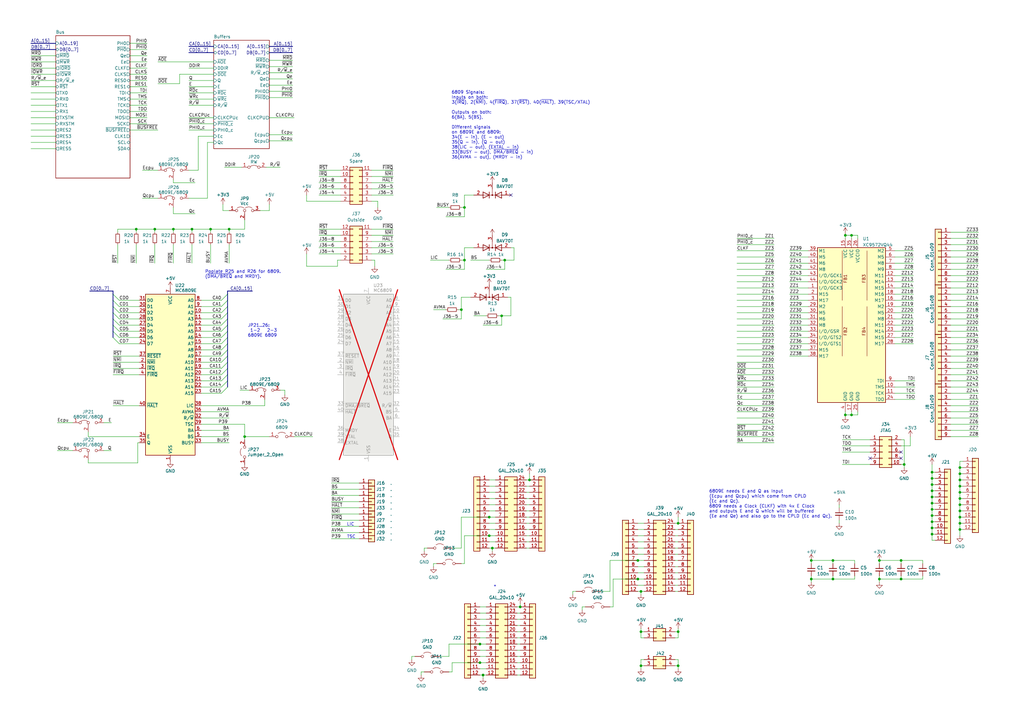
<source format=kicad_sch>
(kicad_sch (version 20231120) (generator "eeschema") (generator_version "8.0")
  (paper "A3")
  (title_block (title "Unicomp v3 - 6809 Board") (date "2023-06-29") (rev "v1.1") (company "100% Offner") (comment 1 "v1: Initial") (comment 2 "v1.1: ~{RST} to CPLD, R25,26 added"))
  (junction (at 190.5 106.68))
  (junction (at 196.85 264.16))
  (junction (at 100.33 179.07))
  (junction (at 360.68 229.87))
  (junction (at 346.71 96.52))
  (junction (at 382.27 219.075))
  (junction (at 370.84 190.5))
  (junction (at 393.7 196.85))
  (junction (at 200.66 219.71))
  (junction (at 382.27 196.215))
  (junction (at 63.5 93.98))
  (junction (at 393.7 214.63))
  (junction (at 198.12 276.86))
  (junction (at 261.62 229.87))
  (junction (at 393.7 212.09))
  (junction (at 341.63 229.87))
  (junction (at 393.7 209.55))
  (junction (at 382.27 193.675))
  (junction (at 393.7 191.77))
  (junction (at 262.89 259.08))
  (junction (at 393.7 217.17))
  (junction (at 382.27 213.995))
  (junction (at 382.27 208.915))
  (junction (at 205.74 129.54))
  (junction (at 55.88 93.98))
  (junction (at 207.01 106.68))
  (junction (at 382.27 211.455))
  (junction (at 278.13 273.05))
  (junction (at 262.89 242.57))
  (junction (at 93.98 93.98))
  (junction (at 393.7 204.47))
  (junction (at 332.74 229.87))
  (junction (at 382.27 198.755))
  (junction (at 393.7 194.31))
  (junction (at 213.36 248.92))
  (junction (at 262.89 273.05))
  (junction (at 190.5 85.09))
  (junction (at 382.27 206.375))
  (junction (at 217.17 196.85))
  (junction (at 382.27 216.535))
  (junction (at 278.13 214.63))
  (junction (at 369.57 229.87))
  (junction (at 393.7 201.93))
  (junction (at 78.74 93.98))
  (junction (at 341.63 237.49))
  (junction (at 349.25 170.18))
  (junction (at 382.27 201.295))
  (junction (at 393.7 199.39))
  (junction (at 196.85 271.78))
  (junction (at 189.23 127))
  (junction (at 278.13 259.08))
  (junction (at 332.74 237.49))
  (junction (at 200.66 212.09))
  (junction (at 360.68 237.49))
  (junction (at 86.36 93.98))
  (junction (at 393.7 207.01))
  (junction (at 71.12 93.98))
  (junction (at 346.71 170.18))
  (junction (at 201.93 224.79))
  (junction (at 349.25 96.52))
  (junction (at 261.62 237.49))
  (junction (at 369.57 237.49))
  (junction (at 382.27 203.835))
  (no_connect (at 369.57 187.96))
  (no_connect (at 356.87 187.96))
  (no_connect (at 369.57 185.42))
  (no_connect (at 209.55 80.01))
  (bus_entry (at 93.345 123.19) (size -2.54 2.54))
  (bus_entry (at 93.345 151.13) (size -2.54 2.54))
  (bus_entry (at 46.355 128.27) (size 2.54 2.54))
  (bus_entry (at 93.345 130.81) (size -2.54 2.54))
  (bus_entry (at 46.355 123.19) (size 2.54 2.54))
  (bus_entry (at 93.345 146.05) (size -2.54 2.54))
  (bus_entry (at 46.355 120.65) (size 2.54 2.54))
  (bus_entry (at 93.345 156.21) (size -2.54 2.54))
  (bus_entry (at 93.345 128.27) (size -2.54 2.54))
  (bus_entry (at 93.345 153.67) (size -2.54 2.54))
  (bus_entry (at 46.355 138.43) (size 2.54 2.54))
  (bus_entry (at 93.345 143.51) (size -2.54 2.54))
  (bus_entry (at 93.345 120.65) (size -2.54 2.54))
  (bus_entry (at 93.345 138.43) (size -2.54 2.54))
  (bus_entry (at 46.355 130.81) (size 2.54 2.54))
  (bus_entry (at 46.355 135.89) (size 2.54 2.54))
  (bus_entry (at 93.345 125.73) (size -2.54 2.54))
  (bus_entry (at 93.345 133.35) (size -2.54 2.54))
  (bus_entry (at 46.355 133.35) (size 2.54 2.54))
  (bus_entry (at 93.345 148.59) (size -2.54 2.54))
  (bus_entry (at 93.345 140.97) (size -2.54 2.54))
  (bus_entry (at 93.345 135.89) (size -2.54 2.54))
  (bus_entry (at 46.355 125.73) (size 2.54 2.54))
  (bus_entry (at 93.345 158.75) (size -2.54 2.54))
  (bus (pts (xy 46.355 128.27) (xy 46.355 130.81)))
  (wire (pts (xy 393.7 207.01) (xy 394.97 207.01)))
  (wire (pts (xy 63.5 93.98) (xy 71.12 93.98)))
  (wire (pts (xy 393.7 209.55) (xy 394.97 209.55)))
  (wire (pts (xy 71.12 73.66) (xy 71.12 74.93)))
  (wire (pts (xy 154.94 82.55) (xy 154.94 85.09)))
  (wire (pts (xy 323.85 107.95) (xy 331.47 107.95)))
  (wire (pts (xy 382.27 201.295) (xy 382.27 203.835)))
  (wire (pts (xy 110.49 57.785) (xy 120.015 57.785)))
  (wire (pts (xy 341.63 229.87) (xy 341.63 231.14)))
  (wire (pts (xy 238.76 248.92) (xy 240.03 248.92)))
  (wire (pts (xy 82.55 179.07) (xy 93.98 179.07)))
  (wire (pts (xy 78.74 93.98) (xy 86.36 93.98)))
  (wire (pts (xy 389.89 113.03) (xy 401.32 113.03)))
  (wire (pts (xy 278.13 224.79) (xy 276.86 224.79)))
  (wire (pts (xy 262.89 273.05) (xy 262.89 274.32)))
  (wire (pts (xy 12.7 40.64) (xy 22.86 40.64)))
  (wire (pts (xy 367.03 140.97) (xy 374.65 140.97)))
  (wire (pts (xy 261.62 242.57) (xy 262.89 242.57)))
  (wire (pts (xy 46.355 151.13) (xy 57.15 151.13)))
  (bus (pts (xy 93.345 158.75) (xy 93.345 156.21)))
  (wire (pts (xy 393.7 212.09) (xy 393.7 214.63)))
  (wire (pts (xy 57.15 128.27) (xy 48.895 128.27)))
  (wire (pts (xy 389.89 130.81) (xy 401.32 130.81)))
  (wire (pts (xy 53.34 40.64) (xy 60.325 40.64)))
  (wire (pts (xy 57.15 140.97) (xy 48.895 140.97)))
  (wire (pts (xy 189.23 106.68) (xy 190.5 106.68)))
  (wire (pts (xy 262.89 259.08) (xy 264.16 259.08)))
  (wire (pts (xy 86.36 93.98) (xy 93.98 93.98)))
  (wire (pts (xy 389.89 123.19) (xy 401.32 123.19)))
  (wire (pts (xy 46.355 146.05) (xy 57.15 146.05)))
  (wire (pts (xy 393.7 196.85) (xy 393.7 199.39)))
  (wire (pts (xy 152.4 72.39) (xy 161.29 72.39)))
  (wire (pts (xy 130.81 80.01) (xy 139.7 80.01)))
  (wire (pts (xy 196.85 269.24) (xy 199.39 269.24)))
  (wire (pts (xy 12.7 55.88) (xy 22.86 55.88)))
  (wire (pts (xy 213.36 264.16) (xy 212.09 264.16)))
  (bus (pts (xy 110.49 21.59) (xy 120.015 21.59)))
  (wire (pts (xy 130.81 96.52) (xy 139.7 96.52)))
  (wire (pts (xy 135.89 208.28) (xy 147.32 208.28)))
  (wire (pts (xy 389.89 100.33) (xy 401.32 100.33)))
  (wire (pts (xy 213.36 256.54) (xy 212.09 256.54)))
  (wire (pts (xy 278.13 219.71) (xy 276.86 219.71)))
  (wire (pts (xy 78.74 107.95) (xy 78.74 100.33)))
  (wire (pts (xy 42.545 184.785) (xy 45.72 184.785)))
  (bus (pts (xy 93.345 135.89) (xy 93.345 133.35)))
  (wire (pts (xy 261.62 229.87) (xy 264.16 229.87)))
  (wire (pts (xy 367.03 135.89) (xy 374.65 135.89)))
  (bus (pts (xy 46.355 133.35) (xy 46.355 135.89)))
  (wire (pts (xy 110.49 27.305) (xy 120.015 27.305)))
  (wire (pts (xy 323.85 143.51) (xy 331.47 143.51)))
  (wire (pts (xy 373.38 179.07) (xy 373.38 182.88)))
  (wire (pts (xy 82.55 176.53) (xy 93.98 176.53)))
  (wire (pts (xy 64.77 34.29) (xy 73.66 34.29)))
  (wire (pts (xy 168.91 269.24) (xy 170.18 269.24)))
  (wire (pts (xy 389.89 153.67) (xy 401.32 153.67)))
  (wire (pts (xy 382.27 219.075) (xy 383.54 219.075)))
  (wire (pts (xy 345.44 182.88) (xy 356.87 182.88)))
  (wire (pts (xy 77.47 69.85) (xy 81.28 69.85)))
  (wire (pts (xy 190.5 101.6) (xy 190.5 106.68)))
  (wire (pts (xy 190.5 88.9) (xy 190.5 85.09)))
  (wire (pts (xy 200.66 201.93) (xy 203.2 201.93)))
  (wire (pts (xy 100.33 179.07) (xy 110.49 179.07)))
  (wire (pts (xy 57.15 133.35) (xy 48.895 133.35)))
  (wire (pts (xy 262.89 270.51) (xy 262.89 273.05)))
  (wire (pts (xy 323.85 110.49) (xy 331.47 110.49)))
  (wire (pts (xy 53.34 33.02) (xy 60.325 33.02)))
  (wire (pts (xy 332.74 238.76) (xy 332.74 237.49)))
  (wire (pts (xy 173.99 224.79) (xy 175.26 224.79)))
  (wire (pts (xy 82.55 156.21) (xy 90.805 156.21)))
  (wire (pts (xy 125.73 80.01) (xy 125.73 82.55)))
  (bus (pts (xy 46.355 120.65) (xy 46.355 123.19)))
  (wire (pts (xy 302.26 166.37) (xy 317.5 166.37)))
  (wire (pts (xy 261.62 232.41) (xy 264.16 232.41)))
  (wire (pts (xy 302.26 100.33) (xy 317.5 100.33)))
  (wire (pts (xy 23.495 173.355) (xy 29.845 173.355)))
  (wire (pts (xy 278.13 237.49) (xy 276.86 237.49)))
  (wire (pts (xy 332.74 237.49) (xy 341.63 237.49)))
  (wire (pts (xy 213.36 248.92) (xy 212.09 248.92)))
  (wire (pts (xy 189.23 224.79) (xy 189.23 212.09)))
  (wire (pts (xy 302.26 120.65) (xy 317.5 120.65)))
  (wire (pts (xy 369.57 180.34) (xy 370.84 180.34)))
  (wire (pts (xy 198.12 133.35) (xy 205.74 133.35)))
  (wire (pts (xy 196.85 264.16) (xy 199.39 264.16)))
  (wire (pts (xy 190.5 110.49) (xy 190.5 106.68)))
  (wire (pts (xy 199.39 110.49) (xy 207.01 110.49)))
  (wire (pts (xy 389.89 110.49) (xy 401.32 110.49)))
  (wire (pts (xy 12.7 35.56) (xy 22.86 35.56)))
  (wire (pts (xy 147.32 220.98) (xy 135.89 220.98)))
  (wire (pts (xy 82.55 158.75) (xy 90.805 158.75)))
  (wire (pts (xy 302.26 102.87) (xy 317.5 102.87)))
  (wire (pts (xy 71.12 87.63) (xy 71.12 85.09)))
  (wire (pts (xy 64.77 25.4) (xy 87.63 25.4)))
  (wire (pts (xy 130.81 74.93) (xy 139.7 74.93)))
  (wire (pts (xy 262.89 257.81) (xy 262.89 259.08)))
  (bus (pts (xy 93.345 128.27) (xy 93.345 125.73)))
  (wire (pts (xy 91.44 83.82) (xy 91.44 86.36)))
  (wire (pts (xy 110.49 40.005) (xy 120.015 40.005)))
  (wire (pts (xy 278.13 259.08) (xy 276.86 259.08)))
  (wire (pts (xy 53.34 17.78) (xy 60.325 17.78)))
  (wire (pts (xy 217.17 204.47) (xy 215.9 204.47)))
  (wire (pts (xy 261.62 240.03) (xy 264.16 240.03)))
  (wire (pts (xy 369.57 237.49) (xy 378.46 237.49)))
  (wire (pts (xy 213.36 266.7) (xy 212.09 266.7)))
  (bus (pts (xy 93.345 138.43) (xy 93.345 135.89)))
  (wire (pts (xy 370.84 190.5) (xy 370.84 191.77)))
  (wire (pts (xy 152.4 101.6) (xy 161.29 101.6)))
  (wire (pts (xy 346.71 96.52) (xy 346.71 97.79)))
  (wire (pts (xy 278.13 273.05) (xy 278.13 274.32)))
  (wire (pts (xy 262.89 243.84) (xy 262.89 242.57)))
  (wire (pts (xy 172.72 276.86) (xy 172.72 275.59)))
  (bus (pts (xy 110.49 19.05) (xy 120.015 19.05)))
  (wire (pts (xy 394.97 189.23) (xy 393.7 189.23)))
  (wire (pts (xy 53.34 25.4) (xy 60.325 25.4)))
  (wire (pts (xy 278.13 261.62) (xy 276.86 261.62)))
  (wire (pts (xy 77.47 43.18) (xy 87.63 43.18)))
  (wire (pts (xy 367.03 113.03) (xy 374.65 113.03)))
  (wire (pts (xy 82.55 123.19) (xy 90.805 123.19)))
  (wire (pts (xy 110.49 24.765) (xy 120.015 24.765)))
  (wire (pts (xy 217.17 207.01) (xy 215.9 207.01)))
  (wire (pts (xy 261.62 222.25) (xy 264.16 222.25)))
  (wire (pts (xy 217.17 199.39) (xy 215.9 199.39)))
  (wire (pts (xy 57.15 138.43) (xy 48.895 138.43)))
  (wire (pts (xy 200.66 204.47) (xy 203.2 204.47)))
  (wire (pts (xy 81.28 55.88) (xy 87.63 55.88)))
  (wire (pts (xy 152.4 93.98) (xy 161.29 93.98)))
  (wire (pts (xy 349.25 96.52) (xy 349.25 97.79)))
  (wire (pts (xy 360.68 229.87) (xy 369.57 229.87)))
  (wire (pts (xy 389.89 173.99) (xy 401.32 173.99)))
  (wire (pts (xy 77.47 50.8) (xy 87.63 50.8)))
  (wire (pts (xy 217.17 217.17) (xy 215.9 217.17)))
  (wire (pts (xy 92.075 68.58) (xy 99.06 68.58)))
  (wire (pts (xy 77.47 38.1) (xy 87.63 38.1)))
  (wire (pts (xy 382.27 213.995) (xy 383.54 213.995)))
  (wire (pts (xy 205.74 129.54) (xy 204.47 129.54)))
  (wire (pts (xy 393.7 204.47) (xy 394.97 204.47)))
  (bus (pts (xy 93.345 119.38) (xy 103.505 119.38)))
  (wire (pts (xy 55.88 93.98) (xy 63.5 93.98)))
  (wire (pts (xy 302.26 97.79) (xy 317.5 97.79)))
  (wire (pts (xy 194.31 101.6) (xy 190.5 101.6)))
  (wire (pts (xy 261.62 217.17) (xy 264.16 217.17)))
  (wire (pts (xy 262.89 259.08) (xy 262.89 261.62)))
  (wire (pts (xy 346.71 95.885) (xy 346.71 96.52)))
  (wire (pts (xy 86.36 100.33) (xy 86.36 107.95)))
  (wire (pts (xy 71.12 93.98) (xy 78.74 93.98)))
  (wire (pts (xy 217.17 214.63) (xy 215.9 214.63)))
  (wire (pts (xy 152.4 99.06) (xy 161.29 99.06)))
  (wire (pts (xy 393.7 217.17) (xy 394.97 217.17)))
  (wire (pts (xy 234.95 242.57) (xy 236.22 242.57)))
  (wire (pts (xy 53.34 48.26) (xy 60.325 48.26)))
  (wire (pts (xy 177.8 231.14) (xy 179.07 231.14)))
  (wire (pts (xy 382.27 206.375) (xy 382.27 208.915)))
  (wire (pts (xy 393.7 207.01) (xy 393.7 209.55)))
  (wire (pts (xy 323.85 130.81) (xy 331.47 130.81)))
  (wire (pts (xy 302.26 138.43) (xy 317.5 138.43)))
  (wire (pts (xy 85.09 58.42) (xy 85.09 81.28)))
  (bus (pts (xy 93.345 130.81) (xy 93.345 128.27)))
  (bus (pts (xy 12.7 20.32) (xy 22.86 20.32)))
  (wire (pts (xy 177.8 232.41) (xy 177.8 231.14)))
  (wire (pts (xy 250.19 229.87) (xy 261.62 229.87)))
  (wire (pts (xy 108.585 166.37) (xy 108.585 163.83)))
  (wire (pts (xy 278.13 234.95) (xy 276.86 234.95)))
  (wire (pts (xy 130.81 93.98) (xy 139.7 93.98)))
  (wire (pts (xy 278.13 222.25) (xy 276.86 222.25)))
  (wire (pts (xy 36.195 179.07) (xy 57.15 179.07)))
  (wire (pts (xy 23.495 184.785) (xy 29.845 184.785)))
  (wire (pts (xy 262.89 261.62) (xy 264.16 261.62)))
  (wire (pts (xy 125.73 104.14) (xy 125.73 109.22)))
  (wire (pts (xy 184.15 275.59) (xy 185.42 275.59)))
  (wire (pts (xy 393.7 201.93) (xy 394.97 201.93)))
  (wire (pts (xy 393.7 196.85) (xy 394.97 196.85)))
  (wire (pts (xy 389.89 135.89) (xy 401.32 135.89)))
  (wire (pts (xy 261.62 237.49) (xy 264.16 237.49)))
  (wire (pts (xy 57.15 125.73) (xy 48.895 125.73)))
  (wire (pts (xy 153.67 106.68) (xy 153.67 109.22)))
  (wire (pts (xy 261.62 227.33) (xy 264.16 227.33)))
  (wire (pts (xy 36.195 177.165) (xy 36.195 179.07)))
  (wire (pts (xy 360.68 229.87) (xy 360.68 231.14)))
  (wire (pts (xy 382.27 208.915) (xy 383.54 208.915)))
  (wire (pts (xy 177.8 127) (xy 182.88 127)))
  (wire (pts (xy 189.23 127) (xy 187.96 127)))
  (wire (pts (xy 302.26 179.07) (xy 317.5 179.07)))
  (bus (pts (xy 93.345 143.51) (xy 93.345 140.97)))
  (wire (pts (xy 125.73 82.55) (xy 139.7 82.55)))
  (wire (pts (xy 56.515 181.61) (xy 57.15 181.61)))
  (wire (pts (xy 367.03 125.73) (xy 374.65 125.73)))
  (wire (pts (xy 323.85 118.11) (xy 331.47 118.11)))
  (wire (pts (xy 346.71 96.52) (xy 349.25 96.52)))
  (wire (pts (xy 323.85 125.73) (xy 331.47 125.73)))
  (wire (pts (xy 393.7 214.63) (xy 393.7 217.17)))
  (wire (pts (xy 350.52 229.87) (xy 350.52 231.14)))
  (wire (pts (xy 12.7 22.86) (xy 22.86 22.86)))
  (wire (pts (xy 77.47 35.56) (xy 87.63 35.56)))
  (wire (pts (xy 207.01 106.68) (xy 210.82 106.68)))
  (wire (pts (xy 82.55 130.81) (xy 90.805 130.81)))
  (wire (pts (xy 302.26 128.27) (xy 317.5 128.27)))
  (wire (pts (xy 185.42 271.78) (xy 196.85 271.78)))
  (wire (pts (xy 302.26 105.41) (xy 317.5 105.41)))
  (wire (pts (xy 367.03 102.87) (xy 374.65 102.87)))
  (wire (pts (xy 323.85 138.43) (xy 331.47 138.43)))
  (wire (pts (xy 302.26 115.57) (xy 317.5 115.57)))
  (wire (pts (xy 341.63 237.49) (xy 341.63 236.22)))
  (wire (pts (xy 323.85 140.97) (xy 331.47 140.97)))
  (wire (pts (xy 135.89 205.74) (xy 147.32 205.74)))
  (wire (pts (xy 130.81 101.6) (xy 139.7 101.6)))
  (wire (pts (xy 12.7 38.1) (xy 22.86 38.1)))
  (wire (pts (xy 382.27 213.995) (xy 382.27 216.535)))
  (wire (pts (xy 393.7 204.47) (xy 393.7 207.01)))
  (wire (pts (xy 58.42 69.85) (xy 64.77 69.85)))
  (wire (pts (xy 393.7 189.23) (xy 393.7 191.77)))
  (wire (pts (xy 367.03 133.35) (xy 374.65 133.35)))
  (wire (pts (xy 323.85 102.87) (xy 331.47 102.87)))
  (wire (pts (xy 238.76 250.19) (xy 238.76 248.92)))
  (wire (pts (xy 200.66 209.55) (xy 203.2 209.55)))
  (wire (pts (xy 262.89 242.57) (xy 264.16 242.57)))
  (wire (pts (xy 57.15 135.89) (xy 48.895 135.89)))
  (wire (pts (xy 323.85 135.89) (xy 331.47 135.89)))
  (bus (pts (xy 93.345 153.67) (xy 93.345 151.13)))
  (wire (pts (xy 147.32 213.36) (xy 135.89 213.36)))
  (wire (pts (xy 182.88 88.9) (xy 190.5 88.9)))
  (wire (pts (xy 152.4 69.85) (xy 161.29 69.85)))
  (wire (pts (xy 351.79 170.18) (xy 351.79 168.91)))
  (wire (pts (xy 389.89 158.75) (xy 401.32 158.75)))
  (wire (pts (xy 125.73 109.22) (xy 138.43 109.22)))
  (wire (pts (xy 213.36 276.86) (xy 212.09 276.86)))
  (wire (pts (xy 341.63 229.87) (xy 350.52 229.87)))
  (wire (pts (xy 198.12 278.13) (xy 198.12 276.86)))
  (wire (pts (xy 369.57 237.49) (xy 369.57 236.22)))
  (wire (pts (xy 393.7 199.39) (xy 394.97 199.39)))
  (wire (pts (xy 250.19 248.92) (xy 251.46 248.92)))
  (wire (pts (xy 201.93 224.79) (xy 203.2 224.79)))
  (wire (pts (xy 82.55 128.27) (xy 90.805 128.27)))
  (wire (pts (xy 302.26 173.99) (xy 317.5 173.99)))
  (wire (pts (xy 46.355 148.59) (xy 57.15 148.59)))
  (bus (pts (xy 93.345 123.19) (xy 93.345 120.65)))
  (wire (pts (xy 53.34 22.86) (xy 60.325 22.86)))
  (wire (pts (xy 393.7 201.93) (xy 393.7 204.47)))
  (wire (pts (xy 205.74 106.68) (xy 207.01 106.68)))
  (wire (pts (xy 382.27 216.535) (xy 382.27 219.075)))
  (wire (pts (xy 152.4 74.93) (xy 161.29 74.93)))
  (wire (pts (xy 323.85 133.35) (xy 331.47 133.35)))
  (wire (pts (xy 349.25 170.18) (xy 351.79 170.18)))
  (wire (pts (xy 135.89 198.12) (xy 147.32 198.12)))
  (wire (pts (xy 182.88 110.49) (xy 190.5 110.49)))
  (wire (pts (xy 12.7 60.96) (xy 22.86 60.96)))
  (wire (pts (xy 389.89 176.53) (xy 401.32 176.53)))
  (wire (pts (xy 217.17 222.25) (xy 215.9 222.25)))
  (wire (pts (xy 42.545 173.355) (xy 45.72 173.355)))
  (wire (pts (xy 367.03 105.41) (xy 374.65 105.41)))
  (wire (pts (xy 360.68 237.49) (xy 360.68 236.22)))
  (wire (pts (xy 349.25 96.52) (xy 351.79 96.52)))
  (wire (pts (xy 190.5 80.01) (xy 190.5 85.09)))
  (bus (pts (xy 36.83 119.38) (xy 46.355 119.38)))
  (wire (pts (xy 205.74 133.35) (xy 205.74 129.54)))
  (wire (pts (xy 367.03 156.21) (xy 375.285 156.21)))
  (wire (pts (xy 200.66 214.63) (xy 203.2 214.63)))
  (wire (pts (xy 262.89 273.05) (xy 264.16 273.05)))
  (wire (pts (xy 302.26 156.21) (xy 317.5 156.21)))
  (wire (pts (xy 110.49 34.925) (xy 120.015 34.925)))
  (bus (pts (xy 12.7 17.78) (xy 22.86 17.78)))
  (wire (pts (xy 382.27 211.455) (xy 382.27 213.995)))
  (wire (pts (xy 302.26 107.95) (xy 317.5 107.95)))
  (wire (pts (xy 190.5 219.71) (xy 200.66 219.71)))
  (wire (pts (xy 278.13 257.81) (xy 278.13 259.08)))
  (wire (pts (xy 278.13 270.51) (xy 276.86 270.51)))
  (wire (pts (xy 393.7 209.55) (xy 393.7 212.09)))
  (wire (pts (xy 217.17 201.93) (xy 215.9 201.93)))
  (wire (pts (xy 251.46 237.49) (xy 261.62 237.49)))
  (wire (pts (xy 382.27 221.615) (xy 383.54 221.615)))
  (wire (pts (xy 302.26 146.05) (xy 317.5 146.05)))
  (wire (pts (xy 82.55 133.35) (xy 90.805 133.35)))
  (wire (pts (xy 349.25 170.18) (xy 349.25 168.91)))
  (wire (pts (xy 196.85 274.32) (xy 199.39 274.32)))
  (wire (pts (xy 389.89 151.13) (xy 401.32 151.13)))
  (wire (pts (xy 53.34 45.72) (xy 60.325 45.72)))
  (wire (pts (xy 184.15 269.24) (xy 184.15 264.16)))
  (wire (pts (xy 302.26 161.29) (xy 317.5 161.29)))
  (wire (pts (xy 93.98 100.33) (xy 93.98 107.95)))
  (wire (pts (xy 389.89 125.73) (xy 401.32 125.73)))
  (wire (pts (xy 130.81 99.06) (xy 139.7 99.06)))
  (wire (pts (xy 302.26 125.73) (xy 317.5 125.73)))
  (wire (pts (xy 73.66 30.48) (xy 87.63 30.48)))
  (wire (pts (xy 57.15 123.19) (xy 48.895 123.19)))
  (wire (pts (xy 209.55 101.6) (xy 210.82 101.6)))
  (wire (pts (xy 382.27 198.755) (xy 382.27 201.295)))
  (wire (pts (xy 382.27 211.455) (xy 383.54 211.455)))
  (wire (pts (xy 53.34 30.48) (xy 60.325 30.48)))
  (wire (pts (xy 82.55 140.97) (xy 90.805 140.97)))
  (wire (pts (xy 200.66 199.39) (xy 203.2 199.39)))
  (wire (pts (xy 393.7 194.31) (xy 393.7 196.85)))
  (wire (pts (xy 82.55 143.51) (xy 90.805 143.51)))
  (wire (pts (xy 213.36 259.08) (xy 212.09 259.08)))
  (wire (pts (xy 130.81 69.85) (xy 139.7 69.85)))
  (wire (pts (xy 323.85 123.19) (xy 331.47 123.19)))
  (wire (pts (xy 389.89 140.97) (xy 401.32 140.97)))
  (wire (pts (xy 302.26 133.35) (xy 317.5 133.35)))
  (wire (pts (xy 217.17 219.71) (xy 215.9 219.71)))
  (wire (pts (xy 135.89 200.66) (xy 147.32 200.66)))
  (wire (pts (xy 77.47 53.34) (xy 87.63 53.34)))
  (wire (pts (xy 152.4 80.01) (xy 161.29 80.01)))
  (wire (pts (xy 389.89 161.29) (xy 401.32 161.29)))
  (wire (pts (xy 389.89 166.37) (xy 401.32 166.37)))
  (wire (pts (xy 196.85 251.46) (xy 199.39 251.46)))
  (wire (pts (xy 200.66 196.85) (xy 203.2 196.85)))
  (wire (pts (xy 323.85 113.03) (xy 331.47 113.03)))
  (wire (pts (xy 302.26 143.51) (xy 317.5 143.51)))
  (wire (pts (xy 213.36 271.78) (xy 212.09 271.78)))
  (wire (pts (xy 234.95 243.84) (xy 234.95 242.57)))
  (wire (pts (xy 82.55 148.59) (xy 90.805 148.59)))
  (wire (pts (xy 302.26 123.19) (xy 317.5 123.19)))
  (bus (pts (xy 46.355 130.81) (xy 46.355 133.35)))
  (bus (pts (xy 87.63 19.05) (xy 77.47 19.05)))
  (wire (pts (xy 12.7 58.42) (xy 22.86 58.42)))
  (wire (pts (xy 82.55 168.91) (xy 93.98 168.91)))
  (wire (pts (xy 278.13 242.57) (xy 276.86 242.57)))
  (wire (pts (xy 302.26 158.75) (xy 317.5 158.75)))
  (wire (pts (xy 382.27 196.215) (xy 382.27 198.755)))
  (wire (pts (xy 389.89 107.95) (xy 401.32 107.95)))
  (wire (pts (xy 367.03 107.95) (xy 374.65 107.95)))
  (wire (pts (xy 77.47 81.28) (xy 85.09 81.28)))
  (wire (pts (xy 53.34 38.1) (xy 60.325 38.1)))
  (wire (pts (xy 200.66 219.71) (xy 203.2 219.71)))
  (wire (pts (xy 367.03 115.57) (xy 374.65 115.57)))
  (wire (pts (xy 346.71 170.18) (xy 349.25 170.18)))
  (wire (pts (xy 196.85 261.62) (xy 199.39 261.62)))
  (bus (pts (xy 93.345 133.35) (xy 93.345 130.81)))
  (wire (pts (xy 302.26 113.03) (xy 317.5 113.03)))
  (wire (pts (xy 12.7 50.8) (xy 22.86 50.8)))
  (wire (pts (xy 130.81 72.39) (xy 139.7 72.39)))
  (wire (pts (xy 302.26 110.49) (xy 317.5 110.49)))
  (wire (pts (xy 389.89 163.83) (xy 401.32 163.83)))
  (wire (pts (xy 389.89 168.91) (xy 401.32 168.91)))
  (wire (pts (xy 217.17 224.79) (xy 215.9 224.79)))
  (wire (pts (xy 346.71 168.91) (xy 346.71 170.18)))
  (wire (pts (xy 382.27 196.215) (xy 383.54 196.215)))
  (wire (pts (xy 382.27 208.915) (xy 382.27 211.455)))
  (bus (pts (xy 93.345 140.97) (xy 93.345 138.43)))
  (wire (pts (xy 389.89 171.45) (xy 401.32 171.45)))
  (wire (pts (xy 344.17 207.01) (xy 344.17 208.28)))
  (bus (pts (xy 93.345 125.73) (xy 93.345 123.19)))
  (wire (pts (xy 393.7 214.63) (xy 394.97 214.63)))
  (wire (pts (xy 48.26 95.25) (xy 48.26 93.98)))
  (wire (pts (xy 369.57 190.5) (xy 370.84 190.5)))
  (wire (pts (xy 193.04 121.92) (xy 189.23 121.92)))
  (wire (pts (xy 53.34 50.8) (xy 60.325 50.8)))
  (wire (pts (xy 389.89 95.25) (xy 401.32 95.25)))
  (wire (pts (xy 100.33 173.99) (xy 100.33 179.07)))
  (wire (pts (xy 278.13 212.09) (xy 278.13 214.63)))
  (wire (pts (xy 261.62 219.71) (xy 264.16 219.71)))
  (wire (pts (xy 63.5 107.95) (xy 63.5 100.33)))
  (wire (pts (xy 207.01 110.49) (xy 207.01 106.68)))
  (bus (pts (xy 46.355 135.89) (xy 46.355 138.43)))
  (wire (pts (xy 278.13 259.08) (xy 278.13 261.62)))
  (wire (pts (xy 77.47 48.26) (xy 87.63 48.26)))
  (wire (pts (xy 373.38 182.88) (xy 369.57 182.88)))
  (wire (pts (xy 345.44 180.34) (xy 356.87 180.34)))
  (wire (pts (xy 93.98 86.36) (xy 91.44 86.36)))
  (wire (pts (xy 389.89 133.35) (xy 401.32 133.35)))
  (wire (pts (xy 86.36 93.98) (xy 86.36 95.25)))
  (wire (pts (xy 110.49 83.82) (xy 110.49 86.36)))
  (wire (pts (xy 130.81 77.47) (xy 139.7 77.47)))
  (wire (pts (xy 77.47 40.64) (xy 87.63 40.64)))
  (wire (pts (xy 180.34 269.24) (xy 184.15 269.24)))
  (wire (pts (xy 389.89 118.11) (xy 401.32 118.11)))
  (wire (pts (xy 152.4 77.47) (xy 161.29 77.47)))
  (wire (pts (xy 130.81 104.14) (xy 139.7 104.14)))
  (wire (pts (xy 389.89 148.59) (xy 401.32 148.59)))
  (wire (pts (xy 53.34 53.34) (xy 64.77 53.34)))
  (wire (pts (xy 200.66 207.01) (xy 203.2 207.01)))
  (bus (pts (xy 46.355 119.38) (xy 46.355 120.65)))
  (bus (pts (xy 93.345 146.05) (xy 93.345 143.51)))
  (wire (pts (xy 389.89 143.51) (xy 401.32 143.51)))
  (wire (pts (xy 82.55 161.29) (xy 90.805 161.29)))
  (wire (pts (xy 152.4 106.68) (xy 153.67 106.68)))
  (wire (pts (xy 382.27 219.075) (xy 382.27 221.615)))
  (wire (pts (xy 82.55 138.43) (xy 90.805 138.43)))
  (wire (pts (xy 341.63 237.49) (xy 350.52 237.49)))
  (wire (pts (xy 261.62 214.63) (xy 264.16 214.63)))
  (wire (pts (xy 278.13 232.41) (xy 276.86 232.41)))
  (wire (pts (xy 58.42 81.28) (xy 64.77 81.28)))
  (wire (pts (xy 196.85 266.7) (xy 199.39 266.7)))
  (wire (pts (xy 53.34 35.56) (xy 60.325 35.56)))
  (wire (pts (xy 382.27 203.835) (xy 382.27 206.375)))
  (wire (pts (xy 393.7 191.77) (xy 393.7 194.31)))
  (wire (pts (xy 383.54 193.675) (xy 382.27 193.675)))
  (wire (pts (xy 48.26 107.95) (xy 48.26 100.33)))
  (wire (pts (xy 196.85 271.78) (xy 199.39 271.78)))
  (wire (pts (xy 351.79 96.52) (xy 351.79 97.79)))
  (wire (pts (xy 200.66 212.09) (xy 203.2 212.09)))
  (wire (pts (xy 393.7 194.31) (xy 394.97 194.31)))
  (wire (pts (xy 367.03 120.65) (xy 374.65 120.65)))
  (wire (pts (xy 12.7 53.34) (xy 22.86 53.34)))
  (wire (pts (xy 85.09 58.42) (xy 87.63 58.42)))
  (wire (pts (xy 110.49 55.245) (xy 120.015 55.245)))
  (wire (pts (xy 344.17 213.36) (xy 344.17 214.63)))
  (wire (pts (xy 55.88 107.95) (xy 55.88 100.33)))
  (wire (pts (xy 201.93 226.06) (xy 201.93 224.79)))
  (wire (pts (xy 382.27 201.295) (xy 383.54 201.295)))
  (wire (pts (xy 200.66 222.25) (xy 203.2 222.25)))
  (wire (pts (xy 367.03 123.19) (xy 374.65 123.19)))
  (wire (pts (xy 332.74 237.49) (xy 332.74 236.22)))
  (wire (pts (xy 382.27 193.675) (xy 382.27 196.215)))
  (wire (pts (xy 196.85 248.92) (xy 199.39 248.92)))
  (wire (pts (xy 82.55 151.13) (xy 90.805 151.13)))
  (wire (pts (xy 261.62 224.79) (xy 264.16 224.79)))
  (wire (pts (xy 82.55 171.45) (xy 93.98 171.45)))
  (wire (pts (xy 12.7 33.02) (xy 22.86 33.02)))
  (wire (pts (xy 332.74 229.87) (xy 332.74 231.14)))
  (wire (pts (xy 194.31 80.01) (xy 190.5 80.01)))
  (wire (pts (xy 110.49 29.845) (xy 120.015 29.845)))
  (wire (pts (xy 278.13 273.05) (xy 276.86 273.05)))
  (wire (pts (xy 71.12 93.98) (xy 71.12 95.25)))
  (wire (pts (xy 189.23 121.92) (xy 189.23 127)))
  (wire (pts (xy 71.12 107.95) (xy 71.12 100.33)))
  (wire (pts (xy 93.98 93.98) (xy 93.98 95.25)))
  (wire (pts (xy 12.7 45.72) (xy 22.86 45.72)))
  (wire (pts (xy 152.4 82.55) (xy 154.94 82.55)))
  (wire (pts (xy 278.13 270.51) (xy 278.13 273.05)))
  (wire (pts (xy 389.89 138.43) (xy 401.32 138.43)))
  (bus (pts (xy 87.63 21.59) (xy 77.47 21.59)))
  (wire (pts (xy 367.03 128.27) (xy 374.65 128.27)))
  (wire (pts (xy 382.27 216.535) (xy 383.54 216.535)))
  (wire (pts (xy 81.28 69.85) (xy 81.28 55.88)))
  (wire (pts (xy 345.44 190.5) (xy 356.87 190.5)))
  (wire (pts (xy 262.89 270.51) (xy 264.16 270.51)))
  (wire (pts (xy 196.85 259.08) (xy 199.39 259.08)))
  (wire (pts (xy 302.26 163.83) (xy 317.5 163.83)))
  (wire (pts (xy 46.355 153.67) (xy 57.15 153.67)))
  (wire (pts (xy 93.98 93.98) (xy 100.33 93.98)))
  (wire (pts (xy 80.01 87.63) (xy 71.12 87.63)))
  (wire (pts (xy 302.26 130.81) (xy 317.5 130.81)))
  (wire (pts (xy 346.71 170.18) (xy 346.71 170.815)))
  (wire (pts (xy 185.42 224.79) (xy 189.23 224.79)))
  (bus (pts (xy 93.345 120.65) (xy 93.345 119.38)))
  (wire (pts (xy 185.42 275.59) (xy 185.42 271.78)))
  (wire (pts (xy 278.13 214.63) (xy 276.86 214.63)))
  (wire (pts (xy 82.55 166.37) (xy 108.585 166.37)))
  (wire (pts (xy 213.36 247.65) (xy 213.36 248.92)))
  (wire (pts (xy 194.31 129.54) (xy 199.39 129.54)))
  (wire (pts (xy 389.89 146.05) (xy 401.32 146.05)))
  (wire (pts (xy 261.62 234.95) (xy 264.16 234.95)))
  (wire (pts (xy 302.26 153.67) (xy 317.5 153.67)))
  (wire (pts (xy 147.32 210.82) (xy 135.89 210.82)))
  (wire (pts (xy 110.49 86.36) (xy 106.68 86.36)))
  (wire (pts (xy 152.4 96.52) (xy 161.29 96.52)))
  (wire (pts (xy 213.36 269.24) (xy 212.09 269.24)))
  (wire (pts (xy 367.03 110.49) (xy 374.65 110.49)))
  (wire (pts (xy 250.19 242.57) (xy 250.19 229.87)))
  (wire (pts (xy 389.89 105.41) (xy 401.32 105.41)))
  (wire (pts (xy 56.515 189.865) (xy 56.515 181.61)))
  (wire (pts (xy 77.47 27.94) (xy 87.63 27.94)))
  (wire (pts (xy 246.38 242.57) (xy 250.19 242.57)))
  (wire (pts (xy 378.46 237.49) (xy 378.46 236.22)))
  (wire (pts (xy 389.89 115.57) (xy 401.32 115.57)))
  (wire (pts (xy 193.04 106.68) (xy 200.66 106.68)))
  (wire (pts (xy 55.88 93.98) (xy 55.88 95.25)))
  (wire (pts (xy 360.68 237.49) (xy 369.57 237.49)))
  (wire (pts (xy 209.55 129.54) (xy 209.55 121.92)))
  (bus (pts (xy 93.345 148.59) (xy 93.345 146.05)))
  (wire (pts (xy 181.61 130.81) (xy 189.23 130.81)))
  (bus (pts (xy 93.345 151.13) (xy 93.345 148.59)))
  (wire (pts (xy 100.33 179.07) (xy 100.33 180.34)))
  (wire (pts (xy 302.26 151.13) (xy 317.5 151.13)))
  (wire (pts (xy 302.26 181.61) (xy 317.5 181.61)))
  (wire (pts (xy 278.13 240.03) (xy 276.86 240.03)))
  (wire (pts (xy 323.85 105.41) (xy 331.47 105.41)))
  (wire (pts (xy 382.27 206.375) (xy 383.54 206.375)))
  (wire (pts (xy 369.57 229.87) (xy 369.57 231.14)))
  (wire (pts (xy 71.12 74.93) (xy 80.01 74.93)))
  (wire (pts (xy 138.43 106.68) (xy 138.43 109.22)))
  (wire (pts (xy 190.5 231.14) (xy 190.5 219.71)))
  (wire (pts (xy 152.4 104.14) (xy 161.29 104.14)))
  (wire (pts (xy 114.935 160.02) (xy 116.84 160.02)))
  (wire (pts (xy 302.26 135.89) (xy 317.5 135.89)))
  (wire (pts (xy 196.85 276.86) (xy 198.12 276.86)))
  (wire (pts (xy 12.7 43.18) (xy 22.86 43.18)))
  (wire (pts (xy 36.195 189.865) (xy 56.515 189.865)))
  (wire (pts (xy 382.27 190.5) (xy 382.27 193.675)))
  (wire (pts (xy 367.03 163.83) (xy 375.285 163.83)))
  (wire (pts (xy 98.425 160.02) (xy 102.235 160.02)))
  (wire (pts (xy 110.49 37.465) (xy 120.015 37.465)))
  (wire (pts (xy 389.89 120.65) (xy 401.32 120.65)))
  (wire (pts (xy 213.36 261.62) (xy 212.09 261.62)))
  (wire (pts (xy 48.26 93.98) (xy 55.88 93.98)))
  (wire (pts (xy 172.72 275.59) (xy 173.99 275.59)))
  (wire (pts (xy 176.53 106.68) (xy 184.15 106.68)))
  (wire (pts (xy 189.23 212.09) (xy 200.66 212.09)))
  (wire (pts (xy 323.85 146.05) (xy 331.47 146.05)))
  (wire (pts (xy 278.13 217.17) (xy 276.86 217.17)))
  (wire (pts (xy 138.43 106.68) (xy 139.7 106.68)))
  (wire (pts (xy 53.34 20.32) (xy 60.325 20.32)))
  (wire (pts (xy 393.7 191.77) (xy 394.97 191.77)))
  (wire (pts (xy 345.44 185.42) (xy 356.87 185.42)))
  (wire (pts (xy 82.55 173.99) (xy 100.33 173.99)))
  (wire (pts (xy 217.17 194.31) (xy 217.17 196.85)))
  (wire (pts (xy 189.23 231.14) (xy 190.5 231.14)))
  (wire (pts (xy 82.55 146.05) (xy 90.805 146.05)))
  (wire (pts (xy 135.89 203.2) (xy 147.32 203.2)))
  (wire (pts (xy 82.55 125.73) (xy 90.805 125.73)))
  (wire (pts (xy 367.03 138.43) (xy 374.65 138.43)))
  (wire (pts (xy 110.49 32.385) (xy 120.015 32.385)))
  (wire (pts (xy 116.84 160.02) (xy 116.84 161.925)))
  (wire (pts (xy 135.89 215.9) (xy 147.32 215.9)))
  (wire (pts (xy 382.27 198.755) (xy 383.54 198.755)))
  (wire (pts (xy 302.26 140.97) (xy 317.5 140.97)))
  (wire (pts (xy 12.7 25.4) (xy 22.86 25.4)))
  (wire (pts (xy 367.03 130.81) (xy 374.65 130.81)))
  (wire (pts (xy 173.99 226.06) (xy 173.99 224.79)))
  (wire (pts (xy 217.17 196.85) (xy 215.9 196.85)))
  (wire (pts (xy 278.13 227.33) (xy 276.86 227.33)))
  (wire (pts (xy 302.26 148.59) (xy 317.5 148.59)))
  (wire (pts (xy 63.5 93.98) (xy 63.5 95.25)))
  (wire (pts (xy 179.07 85.09) (xy 184.15 85.09)))
  (wire (pts (xy 36.195 188.595) (xy 36.195 189.865)))
  (wire (pts (xy 389.89 128.27) (xy 401.32 128.27)))
  (wire (pts (xy 110.49 48.26) (xy 120.65 48.26)))
  (wire (pts (xy 12.7 27.94) (xy 22.86 27.94)))
  (wire (pts (xy 200.66 224.79) (xy 201.93 224.79)))
  (wire (pts (xy 205.74 129.54) (xy 209.55 129.54)))
  (wire (pts (xy 323.85 128.27) (xy 331.47 128.27)))
  (wire (pts (xy 53.34 43.18) (xy 60.325 43.18)))
  (wire (pts (xy 367.03 118.11) (xy 374.65 118.11)))
  (wire (pts (xy 53.34 27.94) (xy 60.325 27.94)))
  (wire (pts (xy 210.82 106.68) (xy 210.82 101.6)))
  (wire (pts (xy 302.26 168.91) (xy 317.5 168.91)))
  (wire (pts (xy 217.17 209.55) (xy 215.9 209.55)))
  (wire (pts (xy 323.85 120.65) (xy 331.47 120.65)))
  (wire (pts (xy 302.26 118.11) (xy 317.5 118.11)))
  (wire (pts (xy 109.22 68.58) (xy 114.935 68.58)))
  (wire (pts (xy 360.68 237.49) (xy 360.68 238.76)))
  (wire (pts (xy 168.91 270.51) (xy 168.91 269.24)))
  (wire (pts (xy 73.66 34.29) (xy 73.66 30.48)))
  (wire (pts (xy 378.46 229.87) (xy 378.46 231.14)))
  (wire (pts (xy 332.74 229.87) (xy 341.63 229.87)))
  (wire (pts (xy 369.57 229.87) (xy 378.46 229.87)))
  (bus (pts (xy 46.355 123.19) (xy 46.355 125.73)))
  (wire (pts (xy 389.89 97.79) (xy 401.32 97.79)))
  (bus (pts (xy 93.345 156.21) (xy 93.345 153.67)))
  (wire (pts (xy 196.85 256.54) (xy 199.39 256.54)))
  (wire (pts (xy 367.03 158.75) (xy 375.285 158.75)))
  (wire (pts (xy 213.36 274.32) (xy 212.09 274.32)))
  (wire (pts (xy 217.17 212.09) (xy 215.9 212.09)))
  (wire (pts (xy 389.89 156.21) (xy 401.32 156.21)))
  (wire (pts (xy 302.26 171.45) (xy 317.5 171.45)))
  (wire (pts (xy 323.85 115.57) (xy 331.47 115.57)))
  (wire (pts (xy 198.12 276.86) (xy 199.39 276.86)))
  (wire (pts (xy 389.89 102.87) (xy 401.32 102.87)))
  (wire (pts (xy 190.5 85.09) (xy 189.23 85.09)))
  (wire (pts (xy 367.03 161.29) (xy 375.285 161.29)))
  (wire (pts (xy 393.7 212.09) (xy 394.97 212.09)))
  (wire (pts (xy 46.355 166.37) (xy 57.15 166.37)))
  (wire (pts (xy 57.15 130.81) (xy 48.895 130.81)))
  (wire (pts (xy 302.26 176.53) (xy 317.5 176.53)))
  (wire (pts (xy 82.55 181.61) (xy 93.98 181.61)))
  (wire (pts (xy 278.13 229.87) (xy 276.86 229.87)))
  (wire (pts (xy 12.7 48.26) (xy 22.86 48.26)))
  (wire (pts (xy 370.84 180.34) (xy 370.84 190.5)))
  (wire (pts (xy 393.7 199.39) (xy 393.7 201.93)))
  (wire (pts (xy 251.46 248.92) (xy 251.46 237.49)))
  (wire (pts (xy 189.23 130.81) (xy 189.23 127)))
  (wire (pts (xy 213.36 251.46) (xy 212.09 251.46)))
  (wire (pts (xy 82.55 135.89) (xy 90.805 135.89)))
  (wire (pts (xy 120.65 179.07) (xy 128.27 179.07)))
  (wire (pts (xy 147.32 218.44) (xy 135.89 218.44)))
  (wire (pts (xy 393.7 217.17) (xy 393.7 219.71)))
  (wire (pts (xy 213.36 254) (xy 212.09 254)))
  (wire (pts (xy 77.47 33.02) (xy 87.63 33.02)))
  (bus (pts (xy 46.355 125.73) (xy 46.355 128.27)))
  (wire (pts (xy 82.55 153.67) (xy 90.805 153.67)))
  (wire (pts (xy 196.85 254) (xy 199.39 254)))
  (wire (pts (xy 12.7 30.48) (xy 22.86 30.48)))
  (wire (pts (xy 100.33 90.17) (xy 100.33 93.98)))
  (wire (pts (xy 208.28 121.92) (xy 209.55 121.92)))
  (wire (pts (xy 382.27 203.835) (xy 383.54 203.835)))
  (wire (pts (xy 184.15 264.16) (xy 196.85 264.16)))
  (wire (pts (xy 200.66 217.17) (xy 203.2 217.17)))
  (wire (pts (xy 389.89 179.07) (xy 401.32 179.07)))
  (wire (pts (xy 350.52 236.22) (xy 350.52 237.49)))
  (wire (pts (xy 78.74 93.98) (xy 78.74 95.25)))
  (text "Poplate R25 and R26 for 6809.\n(~{DMA/BREQ} and MRDY)." (at 84.074 114.3 0) (effects (font (size 1.27 1.27)) (justify left bottom)))
  (text "6809 Signals:\nInputs on both:\n3(~{IRQ}), 2(~{NMI}), 4(~{FIRQ}), 37(~{RST}), 40(~{HALT}), 39(TSC/XTAL)\n\nOutputs on both:\n6(BA), 5(BS), \n\nDifferent signals \non 6809E and 6809:\n34(E - in), (E - out)\n35(Q - in), (Q - out)\n38(LIC - out), (EXTAL - in)\n33(BUSY - out), ~{DMA/BREQ} - in)\n36(AVMA - out), (MRDY - in)" (at 185.166 51.308 0) (effects (font (size 1.27 1.27)) (justify left)))
  (text "LIC" (at 142.24 215.9 0) (effects (font (size 1.27 1.27)) (justify left bottom)))
  (text "6809E needs E and Q as Input\n(Ecpu and Qcpu) which come from CPLD\n(Ec and Qc).\n6809 needs a Clock (CLKF) with 4x E Clock\nand outputs E and Q which will be buffered\n(Ee and Qe) and also go to the CPLD (Ec and Qc)." (at 290.83 212.598 0) (effects (font (size 1.27 1.27)) (justify left bottom)))
  (text "*" (at 202.438 241.554 0) (effects (font (size 1.27 1.27)) (justify left bottom)))
  (text "TSC" (at 142.24 220.98 0) (effects (font (size 1.27 1.27)) (justify left bottom)))
  (text "JP21..26:\n 1-2   2-3\n6809E 6809" (at 101.6 138.43 0) (effects (font (size 1.27 1.27)) (justify left bottom)))
  (label "J36-4" (at 130.81 80.01 0))
  (label "CD3" (at 48.895 130.81 0))
  (label "~{RST}" (at 130.81 93.98 0))
  (label "CA7" (at 90.805 140.97 180))
  (label "ZZ2" (at 317.5 100.33 180))
  (label "~{IOWR}" (at 12.7 30.48 0))
  (label "ZZ8" (at 401.32 179.07 180))
  (label "~{PHI0}" (at 120.015 40.005 180))
  (label "BA" (at 302.26 181.61 0))
  (label "ZZ42" (at 323.85 110.49 0))
  (label "LIC" (at 176.53 106.68 0))
  (label "BA" (at 194.31 129.54 0))
  (label "J36-8" (at 182.88 88.9 0))
  (label "Qcpu" (at 58.42 81.28 0))
  (label "CA14" (at 90.805 158.75 180))
  (label "CA11" (at 90.805 151.13 180))
  (label "~{HALT}" (at 161.29 74.93 180))
  (label "E" (at 77.47 35.56 0))
  (label "ZZ19" (at 374.65 125.73 180))
  (label "~{IRQ}" (at 135.89 198.12 0))
  (label "BS" (at 93.98 179.07 180))
  (label "~{NMI}" (at 135.89 210.82 0))
  (label "ZZ44" (at 323.85 115.57 0))
  (label "~{BUSFREE}" (at 302.26 179.07 0))
  (label "ZZ6" (at 317.5 107.95 180))
  (label "Ee" (at 60.325 25.4 180))
  (label "ZZ41" (at 401.32 153.67 180))
  (label "TCK" (at 375.285 161.29 180))
  (label "J36-5" (at 181.61 130.81 0))
  (label "~{FIRQ}" (at 161.29 69.85 180))
  (label "ZZ12" (at 317.5 115.57 180))
  (label "ZZ31" (at 317.5 151.13 180))
  (label "ZZ22" (at 374.65 133.35 180))
  (label "ZZ29" (at 317.5 146.05 180))
  (label "~{MWR}" (at 120.015 27.305 180))
  (label "~{FIRQ}" (at 46.355 153.67 0))
  (label "ZZ44" (at 401.32 161.29 180))
  (label "Ecpu" (at 120.015 55.245 180))
  (label "BA" (at 93.98 176.53 180))
  (label "ZZ38" (at 317.5 166.37 180))
  (label "ZZ12" (at 374.65 113.03 180))
  (label "ZZ1" (at 317.5 97.79 180))
  (label "Qcpu" (at 23.495 184.785 0))
  (label "CLKCPUc" (at 302.26 168.91 0))
  (label "ZZ34" (at 323.85 138.43 0))
  (label "ZZ27" (at 401.32 110.49 180))
  (label "ZZ32" (at 317.5 153.67 180))
  (label "ZZ43" (at 323.85 113.03 0))
  (label "ZZ20" (at 374.65 128.27 180))
  (label "ZZ44" (at 317.5 181.61 180))
  (label "CA5" (at 90.805 135.89 180))
  (label "ZZ30" (at 401.32 102.87 180))
  (label "ZZ22" (at 317.5 135.89 180))
  (label "~{HALT}" (at 135.89 208.28 0))
  (label "CLKS" (at 60.325 30.48 180))
  (label "Ec" (at 302.26 163.83 0))
  (label "ZZ39" (at 317.5 168.91 180))
  (label "~{IRQ}" (at 130.81 96.52 0))
  (label "DB[0..7]" (at 12.7 20.32 0))
  (label "SCK" (at 60.325 50.8 180))
  (label "~{RST}" (at 48.26 107.95 90))
  (label "ZZ21" (at 401.32 135.89 180))
  (label "TDO" (at 375.285 163.83 180))
  (label "CA3" (at 90.805 130.81 180))
  (label "R{slash}~{W}" (at 77.47 43.18 0))
  (label "J36-6" (at 130.81 77.47 0))
  (label "PHI0_c" (at 77.47 53.34 0))
  (label "J36-4" (at 130.81 104.14 0))
  (label "ZZ6" (at 401.32 173.99 180))
  (label "P38" (at 135.89 215.9 0))
  (label "~{IRQ}" (at 63.5 107.95 90))
  (label "ZZ3" (at 323.85 123.19 0))
  (label "R{slash}~{W}_e" (at 120.015 29.845 180))
  (label "CA10" (at 90.805 148.59 180))
  (label "ZZ18" (at 317.5 125.73 180))
  (label "CD6" (at 48.895 138.43 0))
  (label "Q" (at 77.47 33.02 0))
  (label "BS" (at 135.89 200.66 0))
  (label "DDIR" (at 77.47 27.94 0))
  (label "~{FIRQ}" (at 135.89 213.36 0))
  (label "TDI" (at 60.325 38.1 180))
  (label "~{PHI0_c}" (at 302.26 100.33 0))
  (label "~{IRQ}" (at 46.355 151.13 0))
  (label "TDO" (at 345.44 182.88 0))
  (label "~{RST}" (at 12.7 35.56 0))
  (label "CA4" (at 90.805 133.35 180))
  (label "ZZ34" (at 317.5 158.75 180))
  (label "ZZ32" (at 323.85 133.35 0))
  (label "ZZ12" (at 401.32 118.11 180))
  (label "R{slash}~{W}_e" (at 12.7 33.02 0))
  (label "CLKCPUc" (at 77.47 48.26 0))
  (label "CLKF" (at 60.325 27.94 180))
  (label "CA15" (at 90.805 161.29 180))
  (label "~{RST}" (at 130.81 69.85 0))
  (label "~{BUSFREE}" (at 64.77 53.34 180))
  (label "CA[0..15]" (at 103.505 119.38 180))
  (label "ZZ13" (at 317.5 118.11 180))
  (label "ZZ29" (at 323.85 125.73 0))
  (label "ZZ23" (at 317.5 138.43 180))
  (label "TCK" (at 345.44 180.34 0))
  (label "ZZ34" (at 401.32 138.43 180))
  (label "CLKCPU" (at 128.27 179.07 180))
  (label "J36-8" (at 130.81 74.93 0))
  (label "~{IORD}" (at 12.7 27.94 0))
  (label "CA9" (at 90.805 146.05 180))
  (label "ZZ5" (at 317.5 105.41 180))
  (label "ZZ1" (at 323.85 118.11 0))
  (label "ZZ7" (at 317.5 110.49 180))
  (label "~{MRD}" (at 120.015 24.765 180))
  (label "TMS" (at 345.44 185.42 0))
  (label "ZZ3" (at 317.5 102.87 180))
  (label "TDI" (at 345.44 190.5 0))
  (label "ZZ8" (at 374.65 110.49 180))
  (label "CD4" (at 48.895 133.35 0))
  (label "AVMA" (at 93.98 107.95 90))
  (label "RES1" (at 60.325 35.56 180))
  (label "ZZ37" (at 317.5 163.83 180))
  (label "ZZ42" (at 317.5 176.53 180))
  (label "CA2" (at 90.805 128.27 180))
  (label "ZZ3" (at 401.32 168.91 180))
  (label "BUSY" (at 86.36 107.95 90))
  (label "DDIR" (at 92.075 68.58 0))
  (label "Qcpu" (at 120.015 57.785 180))
  (label "ZZ39" (at 323.85 102.87 0))
  (label "TDO" (at 60.325 45.72 180))
  (label "AVMA" (at 177.8 127 0))
  (label "ZZ27" (at 317.5 140.97 180))
  (label "MOSI" (at 60.325 48.26 180))
  (label "ZZ22" (at 401.32 115.57 180))
  (label "ZZ27" (at 374.65 138.43 180))
  (label "AVMA" (at 93.98 168.91 180))
  (label "~{RD}c" (at 77.47 38.1 0))
  (label "CA[0..15]" (at 77.47 19.05 0))
  (label "ZZ2" (at 323.85 120.65 0))
  (label "ZZ42" (at 401.32 156.21 180))
  (label "ZZ8" (at 317.5 113.03 180))
  (label "Ecpu" (at 58.42 69.85 0))
  (label "RES0" (at 60.325 33.02 180))
  (label "ZZ36" (at 323.85 140.97 0))
  (label "ZZ7" (at 401.32 176.53 180))
  (label "CA1" (at 90.805 125.73 180))
  (label "ZZ19" (at 401.32 130.81 180))
  (label "CD5" (at 48.895 135.89 0))
  (label "ZZ43" (at 317.5 179.07 180))
  (label "Q" (at 45.72 184.785 180))
  (label "BS" (at 193.04 106.68 0))
  (label "J36-5" (at 161.29 77.47 180))
  (label "PHI0" (at 120.015 37.465 180))
  (label "ZZ5" (at 374.65 102.87 180))
  (label "CD7" (at 48.895 140.97 0))
  (label "ZZ2" (at 401.32 166.37 180))
  (label "~{DOE}" (at 64.77 34.29 0))
  (label "CD[0..7]" (at 77.47 21.59 0))
  (label "~{AOE}" (at 302.26 153.67 0))
  (label "ZZ38" (at 323.85 146.05 0))
  (label "PHI0" (at 60.325 17.78 180))
  (label "TMS" (at 60.325 40.64 180))
  (label "CA0" (at 90.805 123.19 180))
  (label "CA8" (at 90.805 143.51 180))
  (label "Ee" (at 120.015 34.925 180))
  (label "ZZ19" (at 317.5 128.27 180))
  (label "ZZ33" (at 323.85 135.89 0))
  (label "~{MWR}" (at 12.7 25.4 0))
  (label "ZZ41" (at 323.85 107.95 0))
  (label "ZZ30" (at 317.5 148.59 180))
  (label "J36-6" (at 130.81 101.6 0))
  (label "~{HALT}" (at 161.29 99.06 180))
  (label "~{DOE}" (at 302.26 151.13 0))
  (label "CLKF" (at 302.26 102.87 0))
  (label "ZZ13" (at 374.65 115.57 180))
  (label "TDI" (at 375.285 156.21 180))
  (label "CD1" (at 48.895 125.73 0))
  (label "ZZ14" (at 401.32 123.19 180))
  (label "J36-3" (at 161.29 104.14 180))
  (label "ZZ37" (at 323.85 143.51 0))
  (label "PHI0_c" (at 302.26 97.79 0))
  (label "CD[0..7]" (at 36.83 119.38 0))
  (label "~{RST}" (at 302.26 176.53 0))
  (label "P39" (at 135.89 220.98 0))
  (label "ZZ16" (at 317.5 123.19 180))
  (label "ZZ41" (at 317.5 173.99 180))
  (label "ZZ38" (at 401.32 146.05 180))
  (label "ZZ23" (at 374.65 135.89 180))
  (label "ZZ14" (at 374.65 118.11 180))
  (label "CLKCPU" (at 120.65 48.26 180))
  (label "Ec" (at 80.01 74.93 180))
  (label "ZZ43" (at 401.32 158.75 180))
  (label "~{RD}c" (at 302.26 158.75 0))
  (label "~{NMI}" (at 161.29 96.52 180))
  (label "R{slash}~{W}" (at 302.26 161.29 0))
  (label "ZZ33" (at 317.5 156.21 180))
  (label "ZZ28" (at 401.32 107.95 180))
  (label "ZZ33" (at 401.32 95.25 180))
  (label "~{NMI}" (at 55.88 107.95 90))
  (label "~{HALT}" (at 46.355 166.37 0))
  (label "ZZ28" (at 374.65 140.97 180))
  (label "ZZ31" (at 323.85 130.81 0))
  (label "ZZ36" (at 317.5 161.29 180))
  (label "~{NMI}" (at 161.29 72.39 180))
  (label "J36-3" (at 182.88 110.49 0))
  (label "R{slash}~{W}" (at 114.935 68.58 180))
  (label "J36-4" (at 199.39 110.49 0))
  (label "ZZ21" (at 374.65 130.81 180))
  (label "~{NMI}" (at 46.355 148.59 0))
  (label "Qe" (at 120.015 32.385 180))
  (label "ZZ40" (at 323.85 105.41 0))
  (label "ZZ29" (at 401.32 105.41 180))
  (label "BA" (at 135.89 203.2 0))
  (label "~{FIRQ}" (at 161.29 93.98 180))
  (label "R{slash}~{W}" (at 93.98 171.45 180))
  (label "J36-8" (at 130.81 99.06 0))
  (label "TMS" (at 375.285 158.75 180))
  (label "LIC" (at 98.425 160.02 0))
  (label "P38" (at 99.06 166.37 0))
  (label "P39" (at 89.535 173.99 0))
  (label "CA12" (at 90.805 153.67 180))
  (label "~{FIRQ}" (at 71.12 107.95 90))
  (label "ZZ32" (at 401.32 97.79 180))
  (label "ZZ28" (at 317.5 143.51 180))
  (label "ZZ16" (at 401.32 125.73 180))
  (label "ZZ14" (at 317.5 120.65 180))
  (label "Qc" (at 302.26 166.37 0))
  (label "A[0..15]" (at 12.7 17.78 0))
  (label "ZZ20" (at 401.32 133.35 180))
  (label "CA6" (at 90.805 138.43 180))
  (label "J36-6" (at 198.12 133.35 0))
  (label "ZZ7" (at 374.65 107.95 180))
  (label "ZZ18" (at 401.32 128.27 180))
  (label "~{PHI0_c}" (at 77.47 50.8 0))
  (label "ZZ37" (at 401.32 143.51 180))
  (label "ZZ20" (at 317.5 130.81 180))
  (label "~{MRD}" (at 12.7 22.86 0))
  (label "ZZ21" (at 317.5 133.35 180))
  (label "ZZ40" (at 401.32 151.13 180))
  (label "ZZ31" (at 401.32 100.33 180))
  (label "ZZ18" (at 374.65 120.65 180))
  (label "Ecpu" (at 23.495 173.355 0))
  (label "BUSY" (at 93.98 181.61 180))
  (label "ZZ40" (at 317.5 171.45 180))
  (label "~{AOE}" (at 64.77 25.4 0))
  (label "ZZ39" (at 401.32 148.59 180))
  (label "J36-3" (at 161.29 80.01 180))
  (label "BUSY" (at 135.89 205.74 0))
  (label "ZZ6" (at 374.65 105.41 180))
  (label "ZZ13" (at 401.32 120.65 180))
  (label "CA13" (at 90.805 156.21 180))
  (label "ZZ30" (at 323.85 128.27 0))
  (label "~{IRQ}" (at 130.81 72.39 0))
  (label "CD0" (at 48.895 123.19 0))
  (label "CD2" (at 48.895 128.27 0))
  (label "ZZ1" (at 401.32 163.83 180))
  (label "ZZ23" (at 401.32 113.03 180))
  (label "Qc" (at 80.01 87.63 180))
  (label "AVMA" (at 135.89 218.44 0))
  (label "DB[0..7]" (at 120.015 21.59 180))
  (label "~{WR}c" (at 77.47 40.64 0))
  (label "ZZ5" (at 401.32 171.45 180))
  (label "~{WR}c" (at 302.26 156.21 0))
  (label "E" (at 45.72 173.355 180))
  (label "~{HALT}" (at 78.74 107.95 90))
  (label "TCK" (at 60.325 43.18 180))
  (label "A[0..15]" (at 120.015 19.05 180))
  (label "~{RST}" (at 46.355 146.05 0))
  (label "ZZ16" (at 374.65 123.19 180))
  (label "J36-5" (at 161.29 101.6 180))
  (label "Qe" (at 60.325 22.86 180))
  (label "BUSY" (at 179.07 85.09 0))
  (label "ZZ36" (at 401.32 140.97 180))
  (label "~{PHI0}" (at 60.325 20.32 180))
  (symbol (lib_id "Diode:BAV70T") (at 200.66 121.92 180) (unit 1)
    (property "Reference" "D10" (at 205.74 115.824 0))
    (property "Value" "BAV70T" (at 205.74 118.364 0))
    (property "Footprint" "Package_TO_SOT_SMD:SOT-23_Handsoldering" (effects (hide yes)))
    (property "Datasheet" "https://assets.nexperia.com/documents/data-sheet/BAV70_SER.pdf" (effects (hide yes)))
    (property "Description" "Dual 100V 150mA high-speed switching diodes, common cathode, SOT-416" (effects (hide yes)))
  )
  (symbol (lib_id "power:GND") (at 168.91 270.51 0) (mirror y) (unit 1)
    (property "Reference" "#PWR056" (effects (hide yes)))
    (property "Value" "GND" (at 168.91 274.9534 0))
  )
  (symbol (lib_id "Device:R_Small") (at 93.98 97.79 0) (unit 1)
    (property "Reference" "R26" (at 96.52 96.5199 0) (effects (justify left)))
    (property "Value" "1k" (at 96.52 99.0599 0) (effects (justify left)))
    (property "Footprint" "Resistor_SMD:R_1206_3216Metric_Pad1.30x1.75mm_HandSolder" (effects (hide yes)))
  )
  (symbol (lib_id "Device:R_Small") (at 185.42 127 90) (unit 1)
    (property "Reference" "R15" (at 185.42 121.92 90))
    (property "Value" "1k" (at 185.42 124.46 90))
    (property "Footprint" "Resistor_SMD:R_1206_3216Metric_Pad1.30x1.75mm_HandSolder" (effects (hide yes)))
  )
  (symbol (lib_id "Jumper:Jumper_3_Bridged12") (at 36.195 184.785 0) (unit 1) (in_bom no)
    (property "Reference" "JP22" (at 36.195 180.3408 0))
    (property "Value" "6809E/6809" (at 36.195 182.3888 0))
    (property "Footprint" "Jumper:SolderJumper-3_P1.3mm_Bridged12_RoundedPad1.0x1.5mm_NumberLabels" (effects (hide yes)))
  )
  (symbol (lib_id "Connector_Generic:Conn_01x12") (at 222.25 209.55 0) (unit 1) (in_bom no)
    (property "Reference" "J35" (at 220.472 193.04 0) (effects (justify left)))
    (property "Value" "Conn_01x12" (effects (hide yes)))
    (property "Footprint" "Connector_PinSocket_2.54mm:PinSocket_1x12_P2.54mm_Vertical" (effects (hide yes)))
    (property "Description" "Generic connector, single row, 01x12, script generated (kicad-library-utils/schlib/autogen/connector/)" (effects (hide yes)))
  )
  (symbol (lib_id "Jumper:Jumper_2_Open") (at 115.57 179.07 0) (unit 1) (in_bom no)
    (property "Reference" "JP24" (at 115.57 172.72 0))
    (property "Value" "6809" (at 115.57 175.26 0))
    (property "Footprint" "Jumper:SolderJumper-2_P1.3mm_Open_RoundedPad1.0x1.5mm" (effects (hide yes)))
  )
  (symbol (lib_id "Device:R_Small") (at 86.36 97.79 0) (unit 1)
    (property "Reference" "R25" (at 88.9 96.5199 0) (effects (justify left)))
    (property "Value" "1k" (at 88.9 99.0599 0) (effects (justify left)))
    (property "Footprint" "Resistor_SMD:R_1206_3216Metric_Pad1.30x1.75mm_HandSolder" (effects (hide yes)))
  )
  (symbol (lib_id "power:+3V3") (at 91.44 83.82 0) (unit 1)
    (property "Reference" "#PWR043" (effects (hide yes)))
    (property "Value" "+3V3" (at 91.44 79.875 0))
  )
  (symbol (lib_id "power:GND") (at 173.99 226.06 0) (mirror y) (unit 1)
    (property "Reference" "#PWR059" (effects (hide yes)))
    (property "Value" "GND" (at 173.99 230.5034 0))
  )
  (symbol (lib_name "Jumper_2_Open_1") (lib_id "Jumper:Jumper_2_Open") (at 179.07 275.59 0) (unit 1) (exclude_from_sim yes) (in_bom no)
    (property "Reference" "JP11" (at 179.07 269.24 0))
    (property "Value" "GND" (at 179.07 271.78 0))
    (property "Footprint" "Jumper:SolderJumper-2_P1.3mm_Open_RoundedPad1.0x1.5mm" (effects (hide yes)))
    (property "Description" "Jumper, 2-pole, open" (effects (hide yes)))
  )
  (symbol (lib_id "Device:R_Small") (at 186.69 106.68 90) (unit 1)
    (property "Reference" "R16" (at 185.166 104.394 90))
    (property "Value" "1k" (at 188.976 104.394 90))
    (property "Footprint" "Resistor_SMD:R_1206_3216Metric_Pad1.30x1.75mm_HandSolder" (effects (hide yes)))
  )
  (symbol (lib_id "power:+3V3") (at 373.38 179.07 0) (unit 1)
    (property "Reference" "#PWR048" (effects (hide yes)))
    (property "Value" "+3V3" (at 373.38 175.4942 0))
    (property "Description" "Power symbol creates a global label with name \"+3V3\"" (effects (hide yes)))
  )
  (symbol (lib_id "Connector_Generic:Conn_02x06_Odd_Even") (at 147.32 101.6 180) (unit 1)
    (property "Reference" "J37" (at 146.05 87.63 0))
    (property "Value" "Outside" (at 146.05 90.17 0))
    (property "Footprint" "Connector_PinHeader_2.54mm:PinHeader_2x06_P2.54mm_Horizontal" (effects (hide yes)))
    (property "Description" "Generic connector, double row, 02x06, odd/even pin numbering scheme (row 1 odd numbers, row 2 even numbers), script generated (kicad-library-utils/schlib/autogen/connector/)" (effects (hide yes)))
  )
  (symbol (lib_name "GND_1") (lib_id "power:GND") (at 100.33 190.5 0) (unit 1)
    (property "Reference" "#PWR061" (effects (hide yes)))
    (property "Value" "GND" (at 100.33 194.445 0))
  )
  (symbol (lib_id "Device:C_Small") (at 341.63 233.68 0) (unit 1)
    (property "Reference" "C2" (at 343.9541 232.8516 0) (effects (justify left)))
    (property "Value" "100n" (at 343.9541 235.3885 0) (effects (justify left)))
    (property "Footprint" "Capacitor_SMD:C_1206_3216Metric" (effects (hide yes)))
  )
  (symbol (lib_id "Device:R_Small") (at 48.26 97.79 0) (unit 1)
    (property "Reference" "R20" (at 50.8 96.5199 0) (effects (justify left)))
    (property "Value" "1k" (at 50.8 99.0599 0) (effects (justify left)))
    (property "Footprint" "Resistor_SMD:R_1206_3216Metric_Pad1.30x1.75mm_HandSolder" (effects (hide yes)))
  )
  (symbol (lib_id "Jumper:Jumper_3_Bridged12") (at 71.12 69.85 0) (unit 1) (in_bom no)
    (property "Reference" "JP25" (at 71.12 65.4058 0))
    (property "Value" "6809E/6809" (at 71.12 67.4538 0))
    (property "Footprint" "Jumper:SolderJumper-3_P1.3mm_Bridged12_RoundedPad1.0x1.5mm_NumberLabels" (effects (hide yes)))
  )
  (symbol (lib_id "Device:R_Small") (at 63.5 97.79 0) (unit 1)
    (property "Reference" "R22" (at 66.04 96.5199 0) (effects (justify left)))
    (property "Value" "1k" (at 66.04 99.0599 0) (effects (justify left)))
    (property "Footprint" "Resistor_SMD:R_1206_3216Metric_Pad1.30x1.75mm_HandSolder" (effects (hide yes)))
  )
  (symbol (lib_id "power:+5V") (at 217.17 194.31 0) (unit 1)
    (property "Reference" "#PWR069" (effects (hide yes)))
    (property "Value" "+5V" (at 217.17 190.7342 0))
  )
  (symbol (lib_id "Connector_Generic:Conn_01x08") (at 384.81 146.05 0) (mirror y) (unit 1) (in_bom no)
    (property "Reference" "J7" (at 380.365 147.955 90) (effects (justify left)))
    (property "Value" "Conn_01x08" (at 382.2669 151.765 90) (effects (justify left)))
    (property "Footprint" "Connector_PinHeader_2.54mm:PinHeader_1x08_P2.54mm_Vertical" (effects (hide yes)))
  )
  (symbol (lib_id "Connector_Generic:Conn_02x05_Odd_Even") (at 361.95 185.42 0) (unit 1)
    (property "Reference" "J34" (at 363.22 173.99 0))
    (property "Value" "JTAG" (at 363.22 176.53 0))
    (property "Footprint" "Connector_PinHeader_2.54mm:PinHeader_2x05_P2.54mm_Horizontal" (effects (hide yes)))
    (property "Description" "Generic connector, double row, 02x05, odd/even pin numbering scheme (row 1 odd numbers, row 2 even numbers), script generated (kicad-library-utils/schlib/autogen/connector/)" (effects (hide yes)))
  )
  (symbol (lib_name "GND_1") (lib_id "power:GND") (at 116.84 161.925 0) (unit 1)
    (property "Reference" "#PWR058" (effects (hide yes)))
    (property "Value" "GND" (at 116.84 165.87 0))
  )
  (symbol (lib_id "Device:C_Small") (at 344.17 210.82 0) (unit 1)
    (property "Reference" "C10" (at 346.4941 209.9916 0) (effects (justify left)))
    (property "Value" "100n" (at 346.4941 212.5285 0) (effects (justify left)))
    (property "Footprint" "Capacitor_SMD:C_1206_3216Metric" (effects (hide yes)))
    (property "Description" "Unpolarized capacitor, small symbol" (effects (hide yes)))
  )
  (symbol (lib_name "Jumper_2_Open_1") (lib_id "Jumper:Jumper_2_Open") (at 241.3 242.57 0) (unit 1) (exclude_from_sim yes) (in_bom no)
    (property "Reference" "JP14" (at 241.3 236.22 0))
    (property "Value" "GND" (at 241.3 238.76 0))
    (property "Footprint" "Jumper:SolderJumper-2_P1.3mm_Open_RoundedPad1.0x1.5mm" (effects (hide yes)))
    (property "Description" "Jumper, 2-pole, open" (effects (hide yes)))
  )
  (symbol (lib_id "Device:R_Small") (at 201.93 129.54 90) (unit 1)
    (property "Reference" "R13" (at 201.93 124.46 90))
    (property "Value" "1k" (at 201.93 127 90))
    (property "Footprint" "Resistor_SMD:R_1206_3216Metric_Pad1.30x1.75mm_HandSolder" (effects (hide yes)))
  )
  (symbol (lib_id "Device:C_Small") (at 378.46 233.68 0) (unit 1)
    (property "Reference" "C8" (at 380.7841 232.8516 0) (effects (justify left)))
    (property "Value" "100n" (at 380.7841 235.3885 0) (effects (justify left)))
    (property "Footprint" "Capacitor_SMD:C_1206_3216Metric" (effects (hide yes)))
  )
  (symbol (lib_name "Jumper_2_Open_1") (lib_id "Jumper:Jumper_2_Open") (at 184.15 231.14 0) (unit 1) (exclude_from_sim yes) (in_bom no)
    (property "Reference" "JP13" (at 184.15 224.79 0))
    (property "Value" "GND" (at 184.15 227.33 0))
    (property "Footprint" "Jumper:SolderJumper-2_P1.3mm_Open_RoundedPad1.0x1.5mm" (effects (hide yes)))
    (property "Description" "Jumper, 2-pole, open" (effects (hide yes)))
  )
  (symbol (lib_id "Connector_Generic:Conn_01x01") (at 152.4 215.9 0) (unit 1) (in_bom no)
    (property "Reference" "J28" (at 154.305 215.9 0) (effects (justify left)))
    (property "Value" "." (at 160.02 215.9 0) (effects (justify left)))
    (property "Footprint" "Connector_PinHeader_2.00mm:PinHeader_1x01_P2.00mm_Vertical" (effects (hide yes)))
  )
  (symbol (lib_id "Connector_Generic:Conn_02x02_Odd_Even") (at 269.24 259.08 0) (unit 1) (in_bom no)
    (property "Reference" "J41" (at 270.51 256.794 0))
    (property "Value" "Conn_02x02_Odd_Even" (effects (hide yes)))
    (property "Footprint" "Connector_PinSocket_2.54mm:PinSocket_2x02_P2.54mm_Vertical" (effects (hide yes)))
    (property "Description" "Generic connector, double row, 02x02, odd/even pin numbering scheme (row 1 odd numbers, row 2 even numbers), script generated (kicad-library-utils/schlib/autogen/connector/)" (effects (hide yes)))
  )
  (symbol (lib_name "Jumper_2_Open_1") (lib_id "Jumper:Jumper_2_Open") (at 245.11 248.92 0) (unit 1) (exclude_from_sim yes) (in_bom no)
    (property "Reference" "JP15" (at 245.11 242.57 0))
    (property "Value" "GND" (at 245.11 245.11 0))
    (property "Footprint" "Jumper:SolderJumper-2_P1.3mm_Open_RoundedPad1.0x1.5mm" (effects (hide yes)))
    (property "Description" "Jumper, 2-pole, open" (effects (hide yes)))
  )
  (symbol (lib_id "power:+5V") (at 278.13 212.09 0) (unit 1)
    (property "Reference" "#PWR073" (effects (hide yes)))
    (property "Value" "+5V" (at 278.13 208.5142 0))
  )
  (symbol (lib_id "Jumper:Jumper_3_Bridged12") (at 71.12 81.28 0) (unit 1) (in_bom no)
    (property "Reference" "JP26" (at 71.12 76.8358 0))
    (property "Value" "6809E/6809" (at 71.12 78.8838 0))
    (property "Footprint" "Jumper:SolderJumper-3_P1.3mm_Bridged12_RoundedPad1.0x1.5mm_NumberLabels" (effects (hide yes)))
  )
  (symbol (lib_id "power:GND") (at 262.89 243.84 0) (unit 1)
    (property "Reference" "#PWR072" (effects (hide yes)))
    (property "Value" "GND" (at 262.89 248.2834 0))
  )
  (symbol (lib_id "power:+5V") (at 125.73 104.14 0) (unit 1)
    (property "Reference" "#PWR064" (effects (hide yes)))
    (property "Value" "+5V" (at 125.73 100.5642 0))
  )
  (symbol (lib_id "Jumper:Jumper_3_Open") (at 100.33 86.36 0) (unit 1) (in_bom no)
    (property "Reference" "JP9" (at 100.33 81.4078 0))
    (property "Value" "Vcc" (at 100.33 83.4558 0))
    (property "Footprint" "Jumper:SolderJumper-3_P1.3mm_Open_RoundedPad1.0x1.5mm_NumberLabels" (effects (hide yes)))
  )
  (symbol (lib_id "Connector_Generic:Conn_02x12_Counter_Clockwise") (at 204.47 261.62 0) (unit 1) (in_bom no)
    (property "Reference" "J24" (at 205.74 242.57 0))
    (property "Value" "GAL_20x10" (at 205.74 245.11 0))
    (property "Footprint" "Package_DIP:DIP-24_W7.62mm" (effects (hide yes)))
    (property "Description" "Generic connector, double row, 02x12, counter clockwise pin numbering scheme (similar to DIP package numbering), script generated (kicad-library-utils/schlib/autogen/connector/)" (effects (hide yes)))
  )
  (symbol (lib_id "Connector_Generic:Conn_01x01") (at 152.4 220.98 0) (unit 1) (in_bom no)
    (property "Reference" "J32" (at 154.305 220.98 0) (effects (justify left)))
    (property "Value" "." (at 160.02 220.98 0) (effects (justify left)))
    (property "Footprint" "Connector_PinHeader_2.00mm:PinHeader_1x01_P2.00mm_Vertical" (effects (hide yes)))
  )
  (symbol (lib_id "power:+5V") (at 213.36 247.65 0) (unit 1)
    (property "Reference" "#PWR068" (effects (hide yes)))
    (property "Value" "+5V" (at 213.36 244.0742 0))
  )
  (symbol (lib_id "power:+5VA") (at 344.17 207.01 0) (unit 1)
    (property "Reference" "#PWR046" (effects (hide yes)))
    (property "Value" "+5VA" (at 344.17 201.93 0))
    (property "Description" "Power symbol creates a global label with name \"+5VA\"" (effects (hide yes)))
  )
  (symbol (lib_id "power:GND") (at 153.67 109.22 0) (unit 1)
    (property "Reference" "#PWR065" (effects (hide yes)))
    (property "Value" "GND" (at 153.67 113.6634 0))
  )
  (symbol (lib_id "power:+5V") (at 110.49 83.82 0) (unit 1)
    (property "Reference" "#PWR053" (effects (hide yes)))
    (property "Value" "+5V" (at 110.49 79.875 0))
  )
  (symbol (lib_id "power:+5V") (at 262.89 257.81 0) (unit 1)
    (property "Reference" "#PWR074" (effects (hide yes)))
    (property "Value" "+5V" (at 262.89 254.2342 0))
  )
  (symbol (lib_id "Connector_Generic:Conn_01x12") (at 218.44 261.62 0) (unit 1) (in_bom no)
    (property "Reference" "J26" (at 220.98 261.6199 0) (effects (justify left)))
    (property "Value" "Conn_01x12" (effects (hide yes)))
    (property "Footprint" "Connector_PinSocket_2.54mm:PinSocket_1x12_P2.54mm_Vertical" (effects (hide yes)))
    (property "Description" "Generic connector, single row, 01x12, script generated (kicad-library-utils/schlib/autogen/connector/)" (effects (hide yes)))
  )
  (symbol (lib_id "Jumper:Jumper_2_Open") (at 100.33 185.42 90) (unit 1) (in_bom no)
    (property "Reference" "JP27" (at 101.473 184.396 90) (effects (justify right)))
    (property "Value" "Jumper_2_Open" (at 101.473 186.444 90) (effects (justify right)))
    (property "Footprint" "Jumper:SolderJumper-2_P1.3mm_Open_RoundedPad1.0x1.5mm" (effects (hide yes)))
  )
  (symbol (lib_id "Connector_Generic:Conn_01x12") (at 388.62 206.375 0) (unit 1) (in_bom no)
    (property "Reference" "J21" (at 386.08 189.484 0) (effects (justify left)))
    (property "Value" "Conn_01x12" (effects (hide yes)))
    (property "Footprint" "Connector_PinHeader_2.54mm:PinHeader_1x12_P2.54mm_Vertical" (effects (hide yes)))
  )
  (symbol (lib_id "Device:C_Small") (at 369.57 233.68 0) (unit 1)
    (property "Reference" "C7" (at 371.8941 232.8516 0) (effects (justify left)))
    (property "Value" "100n" (at 371.8941 235.3885 0) (effects (justify left)))
    (property "Footprint" "Capacitor_SMD:C_1206_3216Metric" (effects (hide yes)))
  )
  (symbol (lib_id "power:GND") (at 332.74 238.76 0) (unit 1)
    (property "Reference" "#PWR05" (effects (hide yes)))
    (property "Value" "GND" (at 332.74 243.2034 0))
  )
  (symbol (lib_id "Connector_Generic:Conn_01x12") (at 191.77 261.62 0) (mirror y) (unit 1) (in_bom no)
    (property "Reference" "J22" (at 189.23 261.6199 0) (effects (justify left)))
    (property "Value" "Conn_01x12" (effects (hide yes)))
    (property "Footprint" "Connector_PinSocket_2.54mm:PinSocket_1x12_P2.54mm_Vertical" (effects (hide yes)))
    (property "Description" "Generic connector, single row, 01x12, script generated (kicad-library-utils/schlib/autogen/connector/)" (effects (hide yes)))
  )
  (symbol (lib_id "power:+5V") (at 382.27 190.5 0) (unit 1)
    (property "Reference" "#PWR018" (effects (hide yes)))
    (property "Value" "+5V" (at 382.27 186.9242 0))
  )
  (symbol (lib_id "power:+3V3") (at 346.71 95.885 0) (unit 1)
    (property "Reference" "#PWR01" (effects (hide yes)))
    (property "Value" "+3V3" (at 346.71 92.3092 0))
  )
  (symbol (lib_id "power:GND") (at 370.84 191.77 0) (unit 1)
    (property "Reference" "#PWR044" (effects (hide yes)))
    (property "Value" "GND" (at 370.84 196.2134 0))
    (property "Description" "Power symbol creates a global label with name \"GND\" , ground" (effects (hide yes)))
  )
  (symbol (lib_name "+5V_1") (lib_id "power:+5V") (at 69.85 118.11 0) (unit 1)
    (property "Reference" "#PWR051" (effects (hide yes)))
    (property "Value" "+5V" (at 69.85 114.165 0))
  )
  (symbol (lib_id "power:GND") (at 198.12 278.13 0) (unit 1)
    (property "Reference" "#PWR066" (effects (hide yes)))
    (property "Value" "GND" (at 198.12 282.5734 0))
  )
  (symbol (lib_id "power:GND") (at 393.7 219.71 0) (mirror y) (unit 1)
    (property "Reference" "#PWR039" (effects (hide yes)))
    (property "Value" "GND" (at 393.7 224.1534 0))
  )
  (symbol (lib_id "Jumper:Jumper_3_Bridged12") (at 108.585 160.02 0) (unit 1) (in_bom no)
    (property "Reference" "JP23" (at 108.585 155.5758 0))
    (property "Value" "6809E/6809" (at 108.585 157.6238 0))
    (property "Footprint" "Jumper:SolderJumper-3_P1.3mm_Bridged12_RoundedPad1.0x1.5mm_NumberLabels" (effects (hide yes)))
  )
  (symbol (lib_id "Connector_Generic:Conn_01x01") (at 152.4 208.28 0) (unit 1) (in_bom no)
    (property "Reference" "J33" (at 154.305 208.28 0) (effects (justify left)))
    (property "Value" "." (at 160.02 208.28 0) (effects (justify left)))
    (property "Footprint" "Connector_PinHeader_2.00mm:PinHeader_1x01_P2.00mm_Vertical" (effects (hide yes)))
  )
  (symbol (lib_id "CPU_NXP_6800:MC6809E") (at 69.85 153.67 0) (unit 1)
    (property "Reference" "U22" (at 71.8059 117.07 0) (effects (justify left)))
    (property "Value" "MC6809E" (at 71.8059 119.118 0) (effects (justify left)))
    (property "Footprint" "Package_DIP:DIP-40_W15.24mm_LongPads" (effects (hide yes)))
    (property "Datasheet" "http://pdf.datasheetcatalog.com/datasheet/motorola/MC68B09S.pdf" (effects (hide yes)))
  )
  (symbol (lib_id "Connector_Generic:Conn_01x12") (at 400.05 201.93 0) (unit 1) (in_bom no)
    (property "Reference" "J20" (at 397.129 184.404 0) (effects (justify left)))
    (property "Value" "Conn_01x12" (effects (hide yes)))
    (property "Footprint" "Connector_PinHeader_2.54mm:PinHeader_1x12_P2.54mm_Vertical" (effects (hide yes)))
  )
  (symbol (lib_id "Connector_Generic:Conn_01x01") (at 152.4 213.36 0) (unit 1) (in_bom no)
    (property "Reference" "J27" (at 154.305 213.36 0) (effects (justify left)))
    (property "Value" "." (at 160.02 213.36 0) (effects (justify left)))
    (property "Footprint" "Connector_PinHeader_2.00mm:PinHeader_1x01_P2.00mm_Vertical" (effects (hide yes)))
  )
  (symbol (lib_id "Connector_Generic:Conn_01x01") (at 152.4 210.82 0) (unit 1) (in_bom no)
    (property "Reference" "J9" (at 154.305 210.82 0) (effects (justify left)))
    (property "Value" "." (at 160.02 210.82 0) (effects (justify left)))
    (property "Footprint" "Connector_PinHeader_2.00mm:PinHeader_1x01_P2.00mm_Vertical" (effects (hide yes)))
  )
  (symbol (lib_id "power:+3V3") (at 201.93 96.52 0) (unit 1)
    (property "Reference" "#PWR054" (effects (hide yes)))
    (property "Value" "+3V3" (effects (hide yes)))
    (property "Description" "Power symbol creates a global label with name \"+3V3\"" (effects (hide yes)))
  )
  (symbol (lib_id "Connector_Generic:Conn_01x09") (at 384.81 168.91 0) (mirror y) (unit 1) (in_bom no)
    (property "Reference" "J8" (at 380.365 167.005 90))
    (property "Value" "Conn_01x09" (at 382.27 167.64 90))
    (property "Footprint" "Connector_PinHeader_2.54mm:PinHeader_1x09_P2.54mm_Vertical" (effects (hide yes)))
  )
  (symbol (lib_id "power:+5V") (at 125.73 80.01 0) (unit 1)
    (property "Reference" "#PWR062" (effects (hide yes)))
    (property "Value" "+5V" (at 125.73 76.4342 0))
  )
  (symbol (lib_id "power:+3V3") (at 201.93 74.93 0) (unit 1)
    (property "Reference" "#PWR040" (effects (hide yes)))
    (property "Value" "+3V3" (at 201.93 71.3542 0))
    (property "Description" "Power symbol creates a global label with name \"+3V3\"" (effects (hide yes)))
  )
  (symbol (lib_id "power:GND") (at 154.94 85.09 0) (unit 1)
    (property "Reference" "#PWR063" (effects (hide yes)))
    (property "Value" "GND" (at 154.94 89.5334 0))
  )
  (symbol (lib_id "power:GND") (at 177.8 232.41 0) (mirror y) (unit 1)
    (property "Reference" "#PWR060" (effects (hide yes)))
    (property "Value" "GND" (at 177.8 236.8534 0))
  )
  (symbol (lib_id "Connector_Generic:Conn_01x12") (at 195.58 209.55 0) (mirror y) (unit 1) (in_bom no)
    (property "Reference" "J23" (at 193.04 209.5499 0) (effects (justify left)))
    (property "Value" "Conn_01x12" (effects (hide yes)))
    (property "Footprint" "Connector_PinSocket_2.54mm:PinSocket_1x12_P2.54mm_Vertical" (effects (hide yes)))
    (property "Description" "Generic connector, single row, 01x12, script generated (kicad-library-utils/schlib/autogen/connector/)" (effects (hide yes)))
  )
  (symbol (lib_id "Device:R_Small") (at 55.88 97.79 0) (unit 1)
    (property "Reference" "R21" (at 58.42 96.5199 0) (effects (justify left)))
    (property "Value" "1k" (at 58.42 99.0599 0) (effects (justify left)))
    (property "Footprint" "Resistor_SMD:R_1206_3216Metric_Pad1.30x1.75mm_HandSolder" (effects (hide yes)))
  )
  (symbol (lib_id "Connector_Generic:Conn_01x09") (at 384.81 105.41 0) (mirror y) (unit 1) (in_bom no)
    (property "Reference" "J5" (at 380.365 105.41 90))
    (property "Value" "Conn_01x09" (at 382.2669 105.41 90))
    (property "Footprint" "Connector_PinHeader_2.54mm:PinHeader_1x09_P2.54mm_Vertical" (effects (hide yes)))
  )
  (symbol (lib_id "Connector_Generic:Conn_01x12") (at 283.21 227.33 0) (unit 1) (in_bom no)
    (property "Reference" "J40" (at 281.432 210.82 0) (effects (justify left)))
    (property "Value" "Conn_01x12" (effects (hide yes)))
    (property "Footprint" "Connector_PinSocket_2.54mm:PinSocket_1x12_P2.54mm_Vertical" (effects (hide yes)))
    (property "Description" "Generic connector, single row, 01x12, script generated (kicad-library-utils/schlib/autogen/connector/)" (effects (hide yes)))
  )
  (symbol (lib_id "power:GND") (at 278.13 274.32 0) (unit 1)
    (property "Reference" "#PWR077" (effects (hide yes)))
    (property "Value" "GND" (at 278.13 278.7634 0))
  )
  (symbol (lib_id "Connector_Generic:Conn_01x01") (at 152.4 218.44 0) (unit 1) (in_bom no)
    (property "Reference" "J29" (at 154.305 218.44 0) (effects (justify left)))
    (property "Value" "." (at 160.02 218.44 0) (effects (justify left)))
    (property "Footprint" "Connector_PinHeader_2.00mm:PinHeader_1x01_P2.00mm_Vertical" (effects (hide yes)))
  )
  (symbol (lib_id "Connector_Generic:Conn_02x02_Odd_Even") (at 269.24 270.51 0) (unit 1) (in_bom no)
    (property "Reference" "J42" (at 270.764 267.97 0))
    (property "Value" "Conn_02x02_Odd_Even" (effects (hide yes)))
    (property "Footprint" "Connector_PinSocket_2.54mm:PinSocket_2x02_P2.54mm_Vertical" (effects (hide yes)))
    (property "Description" "Generic connector, double row, 02x02, odd/even pin numbering scheme (row 1 odd numbers, row 2 even numbers), script generated (kicad-library-utils/schlib/autogen/connector/)" (effects (hide yes)))
  )
  (symbol (lib_id "Jumper:Jumper_3_Bridged12") (at 36.195 173.355 0) (unit 1) (in_bom no)
    (property "Reference" "JP21" (at 36.195 168.9108 0))
    (property "Value" "6809E/6809" (at 36.195 170.9588 0))
    (property "Footprint" "Jumper:SolderJumper-3_P1.3mm_Bridged12_RoundedPad1.0x1.5mm_NumberLabels" (effects (hide yes)))
  )
  (symbol (lib_id "power:GND") (at 344.17 214.63 0) (unit 1)
    (property "Reference" "#PWR045" (effects (hide yes)))
    (property "Value" "GND" (at 344.17 219.0734 0))
    (property "Description" "Power symbol creates a global label with name \"GND\" , ground" (effects (hide yes)))
  )
  (symbol (lib_id "Device:R_Small") (at 203.2 106.68 90) (unit 1)
    (property "Reference" "R14" (at 201.676 104.394 90))
    (property "Value" "1k" (at 205.486 104.394 90))
    (property "Footprint" "Resistor_SMD:R_1206_3216Metric_Pad1.30x1.75mm_HandSolder" (effects (hide yes)))
  )
  (symbol (lib_id "power:GND") (at 238.76 250.19 0) (mirror y) (unit 1)
    (property "Reference" "#PWR071" (effects (hide yes)))
    (property "Value" "GND" (at 238.76 254.6334 0))
  )
  (symbol (lib_id "Diode:BAV70T") (at 201.93 101.6 0) (mirror x) (unit 1)
    (property "Reference" "D9" (at 207.01 96.266 0))
    (property "Value" "BAV70T" (at 207.01 98.806 0))
    (property "Footprint" "Package_TO_SOT_SMD:SOT-23_Handsoldering" (effects (hide yes)))
    (property "Datasheet" "https://assets.nexperia.com/documents/data-sheet/BAV70_SER.pdf" (effects (hide yes)))
    (property "Description" "Dual 100V 150mA high-speed switching diodes, common cathode, SOT-416" (effects (hide yes)))
  )
  (symbol (lib_id "CPU_NXP_6800:MC6809") (at 151.13 153.67 0) (unit 1) (in_bom no) (on_board no) (dnp yes)
    (property "Reference" "U23" (at 153.0859 117.07 0) (effects (justify left)))
    (property "Value" "MC6809" (at 153.0859 119.118 0) (effects (justify left)))
    (property "Footprint" "Package_DIP:DIP-40_W15.24mm" (effects (hide yes)))
    (property "Datasheet" "http://pdf.datasheetcatalog.com/datasheet/motorola/MC68B09S.pdf" (effects (hide yes)))
  )
  (symbol (lib_id "my_ics_new:XC9572VQ44") (at 349.25 130.81 0) (unit 1)
    (property "Reference" "U1" (at 353.8094 97.9002 0) (effects (justify left)))
    (property "Value" "XC9572VQ44" (at 353.8094 100.4371 0) (effects (justify left)))
    (property "Footprint" "Package_QFP:TQFP-44_10x10mm_P0.8mm" (effects (hide yes)))
  )
  (symbol (lib_id "power:GND") (at 360.68 238.76 0) (unit 1)
    (property "Reference" "#PWR06" (effects (hide yes)))
    (property "Value" "GND" (at 360.68 243.2034 0))
  )
  (symbol (lib_id "Connector_Generic:Conn_01x01") (at 152.4 198.12 0) (unit 1) (in_bom no)
    (property "Reference" "J16" (at 154.305 198.12 0) (effects (justify left)))
    (property "Value" "." (at 160.02 198.12 0) (effects (justify left)))
    (property "Footprint" "Connector_PinHeader_2.00mm:PinHeader_1x01_P2.00mm_Vertical" (effects (hide yes)))
  )
  (symbol (lib_id "power:+3V3") (at 360.68 229.87 0) (unit 1)
    (property "Reference" "#PWR04" (effects (hide yes)))
    (property "Value" "+3V3" (at 360.68 226.2942 0))
  )
  (symbol (lib_id "Connector_Generic:Conn_01x01") (at 152.4 203.2 0) (unit 1) (in_bom no)
    (property "Reference" "J18" (at 154.305 203.2 0) (effects (justify left)))
    (property "Value" "." (at 160.02 203.2 0) (effects (justify left)))
    (property "Footprint" "Connector_PinHeader_2.00mm:PinHeader_1x01_P2.00mm_Vertical" (effects (hide yes)))
  )
  (symbol (lib_id "Connector_Generic:Conn_02x12_Counter_Clockwise") (at 208.28 209.55 0) (unit 1) (in_bom no)
    (property "Reference" "J25" (at 209.55 190.5 0))
    (property "Value" "GAL_20x10" (at 209.55 193.04 0))
    (property "Footprint" "Package_DIP:DIP-24_W7.62mm" (effects (hide yes)))
    (property "Description" "Generic connector, double row, 02x12, counter clockwise pin numbering scheme (similar to DIP package numbering), script generated (kicad-library-utils/schlib/autogen/connector/)" (effects (hide yes)))
  )
  (symbol (lib_id "Device:C_Small") (at 350.52 233.68 0) (unit 1)
    (property "Reference" "C5" (at 352.8441 232.8516 0) (effects (justify left)))
    (property "Value" "100n" (at 352.8441 235.3885 0) (effects (justify left)))
    (property "Footprint" "Capacitor_SMD:C_1206_3216Metric" (effects (hide yes)))
  )
  (symbol (lib_id "Device:C_Small") (at 332.74 233.68 0) (unit 1)
    (property "Reference" "C1" (at 335.0641 232.8516 0) (effects (justify left)))
    (property "Value" "100n" (at 335.0641 235.3885 0) (effects (justify left)))
    (property "Footprint" "Capacitor_SMD:C_1206_3216Metric" (effects (hide yes)))
  )
  (symbol (lib_id "Device:R_Small") (at 71.12 97.79 0) (unit 1)
    (property "Reference" "R23" (at 73.66 96.5199 0) (effects (justify left)))
    (property "Value" "1k" (at 73.66 99.0599 0) (effects (justify left)))
    (property "Footprint" "Resistor_SMD:R_1206_3216Metric_Pad1.30x1.75mm_HandSolder" (effects (hide yes)))
  )
  (symbol (lib_id "power:GND") (at 201.93 226.06 0) (unit 1)
    (property "Reference" "#PWR067" (effects (hide yes)))
    (property "Value" "GND" (at 201.93 230.5034 0))
  )
  (symbol (lib_id "Connector_Generic:Conn_01x08") (at 384.81 125.73 0) (mirror y) (unit 1) (in_bom no)
    (property "Reference" "J6" (at 380.365 128.27 90) (effects (justify left)))
    (property "Value" "Conn_01x08" (at 382.27 132.715 90) (effects (justify left)))
    (property "Footprint" "Connector_PinHeader_2.54mm:PinHeader_1x08_P2.54mm_Vertical" (effects (hide yes)))
  )
  (symbol (lib_id "power:GND") (at 262.89 274.32 0) (unit 1)
    (property "Reference" "#PWR075" (effects (hide yes)))
    (property "Value" "GND" (at 262.89 278.7634 0))
  )
  (symbol (lib_id "Connector_Generic:Conn_01x01") (at 152.4 205.74 0) (unit 1) (in_bom no)
    (property "Reference" "J19" (at 154.305 205.74 0) (effects (justify left)))
    (property "Value" "." (at 160.02 205.74 0) (effects (justify left)))
    (property "Footprint" "Connector_PinHeader_2.00mm:PinHeader_1x01_P2.00mm_Vertical" (effects (hide yes)))
  )
  (symbol (lib_id "power:GND") (at 172.72 276.86 0) (mirror y) (unit 1)
    (property "Reference" "#PWR057" (effects (hide yes)))
    (property "Value" "GND" (at 172.72 281.3034 0))
  )
  (symbol (lib_id "Jumper:Jumper_2_Bridged") (at 104.14 68.58 0) (unit 1) (in_bom no)
    (property "Reference" "JP20" (at 104.14 64.365 0))
    (property "Value" "RW" (at 104.14 66.413 0))
    (property "Footprint" "Jumper:SolderJumper-2_P1.3mm_Bridged_RoundedPad1.0x1.5mm" (effects (hide yes)))
  )
  (symbol (lib_id "Connector_Generic:Conn_02x06_Odd_Even") (at 147.32 77.47 180) (unit 1) (in_bom no)
    (property "Reference" "J36" (at 146.05 63.5 0))
    (property "Value" "Spare" (at 146.05 66.04 0))
    (property "Footprint" "Connector_PinHeader_2.54mm:PinHeader_2x06_P2.54mm_Vertical" (effects (hide yes)))
    (property "Description" "Generic connector, double row, 02x06, odd/even pin numbering scheme (row 1 odd numbers, row 2 even numbers), script generated (kicad-library-utils/schlib/autogen/connector/)" (effects (hide yes)))
  )
  (symbol (lib_id "Device:R_Small") (at 78.74 97.79 0) (unit 1)
    (property "Reference" "R24" (at 81.28 96.5199 0) (effects (justify left)))
    (property "Value" "1k" (at 81.28 99.0599 0) (effects (justify left)))
    (property "Footprint" "Resistor_SMD:R_1206_3216Metric_Pad1.30x1.75mm_HandSolder" (effects (hide yes)))
  )
  (symbol (lib_name "GND_1") (lib_id "power:GND") (at 69.85 189.23 0) (unit 1)
    (property "Reference" "#PWR052" (effects (hide yes)))
    (property "Value" "GND" (at 69.85 193.175 0))
  )
  (symbol (lib_name "Jumper_2_Open_1") (lib_id "Jumper:Jumper_2_Open") (at 175.26 269.24 0) (unit 1) (exclude_from_sim yes) (in_bom no)
    (property "Reference" "JP10" (at 175.26 262.89 0))
    (property "Value" "GND" (at 175.26 265.43 0))
    (property "Footprint" "Jumper:SolderJumper-2_P1.3mm_Open_RoundedPad1.0x1.5mm" (effects (hide yes)))
    (property "Description" "Jumper, 2-pole, open" (effects (hide yes)))
  )
  (symbol (lib_id "Device:C_Small") (at 360.68 233.68 0) (unit 1)
    (property "Reference" "C6" (at 363.0041 232.8516 0) (effects (justify left)))
    (property "Value" "100n" (at 363.0041 235.3885 0) (effects (justify left)))
    (property "Footprint" "Capacitor_SMD:C_1206_3216Metric" (effects (hide yes)))
  )
  (symbol (lib_id "power:GND") (at 234.95 243.84 0) (mirror y) (unit 1)
    (property "Reference" "#PWR070" (effects (hide yes)))
    (property "Value" "GND" (at 234.95 248.2834 0))
  )
  (symbol (lib_id "power:+5V") (at 332.74 229.87 0) (unit 1)
    (property "Reference" "#PWR03" (effects (hide yes)))
    (property "Value" "+5V" (at 332.74 226.2942 0))
  )
  (symbol (lib_id "power:+5V") (at 278.13 257.81 0) (mirror y) (unit 1)
    (property "Reference" "#PWR076" (effects (hide yes)))
    (property "Value" "+5V" (at 278.13 254.2342 0))
  )
  (symbol (lib_id "power:+3V3") (at 200.66 116.84 0) (unit 1)
    (property "Reference" "#PWR055" (effects (hide yes)))
    (property "Value" "+3V3" (at 200.66 113.2642 0))
    (property "Description" "Power symbol creates a global label with name \"+3V3\"" (effects (hide yes)))
  )
  (symbol (lib_id "Connector_Generic:Conn_02x12_Counter_Clockwise") (at 269.24 227.33 0) (unit 1) (in_bom no)
    (property "Reference" "J39" (at 270.51 208.28 0))
    (property "Value" "GAL_20x10" (at 270.51 210.82 0))
    (property "Footprint" "Package_DIP:DIP-24_W7.62mm" (effects (hide yes)))
    (property "Description" "Generic connector, double row, 02x12, counter clockwise pin numbering scheme (similar to DIP package numbering), script generated (kicad-library-utils/schlib/autogen/connector/)" (effects (hide yes)))
  )
  (symbol (lib_id "Device:R_Small") (at 186.69 85.09 90) (unit 1)
    (property "Reference" "R8" (at 186.69 80.01 90))
    (property "Value" "1k" (at 186.69 82.55 90))
    (property "Footprint" "Resistor_SMD:R_1206_3216Metric_Pad1.30x1.75mm_HandSolder" (effects (hide yes)))
  )
  (symbol (lib_id "power:GND") (at 346.71 170.815 0) (unit 1)
    (property "Reference" "#PWR02" (effects (hide yes)))
    (property "Value" "GND" (at 346.71 175.2584 0))
  )
  (symbol (lib_id "Diode:BAV70T") (at 201.93 80.01 180) (unit 1)
    (property "Reference" "D8" (at 207.01 73.914 0))
    (property "Value" "BAV70T" (at 207.01 76.454 0))
    (property "Footprint" "Package_TO_SOT_SMD:SOT-23_Handsoldering" (effects (hide yes)))
    (property "Datasheet" "https://assets.nexperia.com/documents/data-sheet/BAV70_SER.pdf" (effects (hide yes)))
    (property "Description" "Dual 100V 150mA high-speed switching diodes, common cathode, SOT-416" (effects (hide yes)))
  )
  (symbol (lib_id "Connector_Generic:Conn_01x12") (at 256.54 227.33 0) (mirror y) (unit 1) (in_bom no)
    (property "Reference" "J38" (at 254 227.3299 0) (effects (justify left)))
    (property "Value" "Conn_01x12" (effects (hide yes)))
    (property "Footprint" "Connector_PinSocket_2.54mm:PinSocket_1x12_P2.54mm_Vertical" (effects (hide yes)))
    (property "Description" "Generic connector, single row, 01x12, script generated (kicad-library-utils/schlib/autogen/connector/)" (effects (hide yes)))
  )
  (symbol (lib_name "Jumper_2_Open_1") (lib_id "Jumper:Jumper_2_Open") (at 180.34 224.79 0) (unit 1) (exclude_from_sim yes) (in_bom no)
    (property "Reference" "JP12" (at 180.34 218.44 0))
    (property "Value" "GND" (at 180.34 220.98 0))
    (property "Footprint" "Jumper:SolderJumper-2_P1.3mm_Open_RoundedPad1.0x1.5mm" (effects (hide yes)))
    (property "Description" "Jumper, 2-pole, open" (effects (hide yes)))
  )
  (symbol (lib_id "Connector_Generic:Conn_01x01") (at 152.4 200.66 0) (unit 1) (in_bom no)
    (property "Reference" "J17" (at 154.305 200.66 0) (effects (justify left)))
    (property "Value" "." (at 160.02 200.66 0) (effects (justify left)))
    (property "Footprint" "Connector_PinHeader_2.00mm:PinHeader_1x01_P2.00mm_Vertical" (effects (hide yes)))
  )
  (sheet (at 87.63 16.51) (size 22.86 44.45) (stroke (width 0.1524))
    (property "Sheetname" "Buffers" (at 87.63 15.7984 0) (effects (justify left bottom)))
    (property "Sheetfile" "buffers.kicad_sch" (effects (hide yes)))
    (pin "CD[0..7]" bidirectional (at 87.63 21.59 180))
    (pin "CA[0..15]" input (at 87.63 19.05 180))
    (pin "A[0..15]" output (at 110.49 19.05 0))
    (pin "~{AOE}" input (at 87.63 25.4 180))
    (pin "DDIR" input (at 87.63 27.94 180))
    (pin "~{DOE}" input (at 87.63 30.48 180))
    (pin "~{MRD}" output (at 110.49 24.765 0))
    (pin "~{MWR}" output (at 110.49 27.305 0))
    (pin "R{slash}~{W}_e" output (at 110.49 29.845 0))
    (pin "~{RDc}" input (at 87.63 38.1 180))
    (pin "~{WRc}" input (at 87.63 40.64 180))
    (pin "R{slash}~{W}" input (at 87.63 43.18 180))
    (pin "~{PHI0_c}" input (at 87.63 50.8 180))
    (pin "PHI0_c" input (at 87.63 53.34 180))
    (pin "~{PHI0}" output (at 110.49 40.005 0))
    (pin "PHI0" output (at 110.49 37.465 0))
    (pin "Qe" output (at 110.49 32.385 0))
    (pin "Ee" output (at 110.49 34.925 0))
    (pin "E" input (at 87.63 35.56 180))
    (pin "Q" input (at 87.63 33.02 180))
    (pin "Ec" input (at 87.63 55.88 180))
    (pin "Qc" input (at 87.63 58.42 180))
    (pin "Ecpu" output (at 110.49 55.245 0))
    (pin "Qcpu" output (at 110.49 57.785 0))
    (pin "DB[0..7]" bidirectional (at 110.49 21.59 0))
    (pin "CLKCPUc" input (at 87.63 48.26 180))
    (pin "CLKCPU" output (at 110.49 48.26 0))
  )
  (sheet (at 22.86 14.605) (size 30.48 58.42) (stroke (width 0.1524))
    (property "Sheetname" "Bus" (at 22.86 13.8934 0) (effects (justify left bottom)))
    (property "Sheetfile" "bus.kicad_sch" (effects (hide yes)))
    (pin "TMS" input (at 53.34 40.64 0))
    (pin "TDO" output (at 53.34 45.72 0))
    (pin "TDI" input (at 53.34 38.1 0))
    (pin "RES0" bidirectional (at 53.34 33.02 0))
    (pin "RES1" bidirectional (at 53.34 35.56 0))
    (pin "TCK" output (at 53.34 43.18 0))
    (pin "MOSI" output (at 53.34 48.26 0))
    (pin "SCK" output (at 53.34 50.8 0))
    (pin "~{MRD}" output (at 22.86 22.86 180))
    (pin "~{IORD}" output (at 22.86 27.94 180))
    (pin "~{IOWR}" output (at 22.86 30.48 180))
    (pin "R{slash}~{W}_e" output (at 22.86 33.02 180))
    (pin "~{MWR}" output (at 22.86 25.4 180))
    (pin "~{RST}" bidirectional (at 22.86 35.56 180))
    (pin "CLKS" output (at 53.34 30.48 0))
    (pin "CLKF" output (at 53.34 27.94 0))
    (pin "Qe" output (at 53.34 22.86 0))
    (pin "Ee" output (at 53.34 25.4 0))
    (pin "PH0" output (at 53.34 17.78 0))
    (pin "~{PH0}" output (at 53.34 20.32 0))
    (pin "~{BUSFREE}" output (at 53.34 53.34 0))
    (pin "RES3" output (at 22.86 55.88 180))
    (pin "SCL" bidirectional (at 53.34 58.42 0))
    (pin "RES5" output (at 22.86 60.96 180))
    (pin "RXSTM" input (at 22.86 50.8 180))
    (pin "RX1" input (at 22.86 45.72 180))
    (pin "RX0" input (at 22.86 40.64 180))
    (pin "DB[0..7]" bidirectional (at 22.86 20.32 180))
    (pin "RES2" output (at 22.86 53.34 180))
    (pin "RES4" output (at 22.86 58.42 180))
    (pin "CLK1" output (at 53.34 55.88 0))
    (pin "TXSTM" output (at 22.86 48.26 180))
    (pin "SDA" bidirectional (at 53.34 60.96 0))
    (pin "TX0" output (at 22.86 38.1 180))
    (pin "TX1" output (at 22.86 43.18 180))
    (pin "A[0..19]" input (at 22.86 17.78 180))
  )
)
</source>
